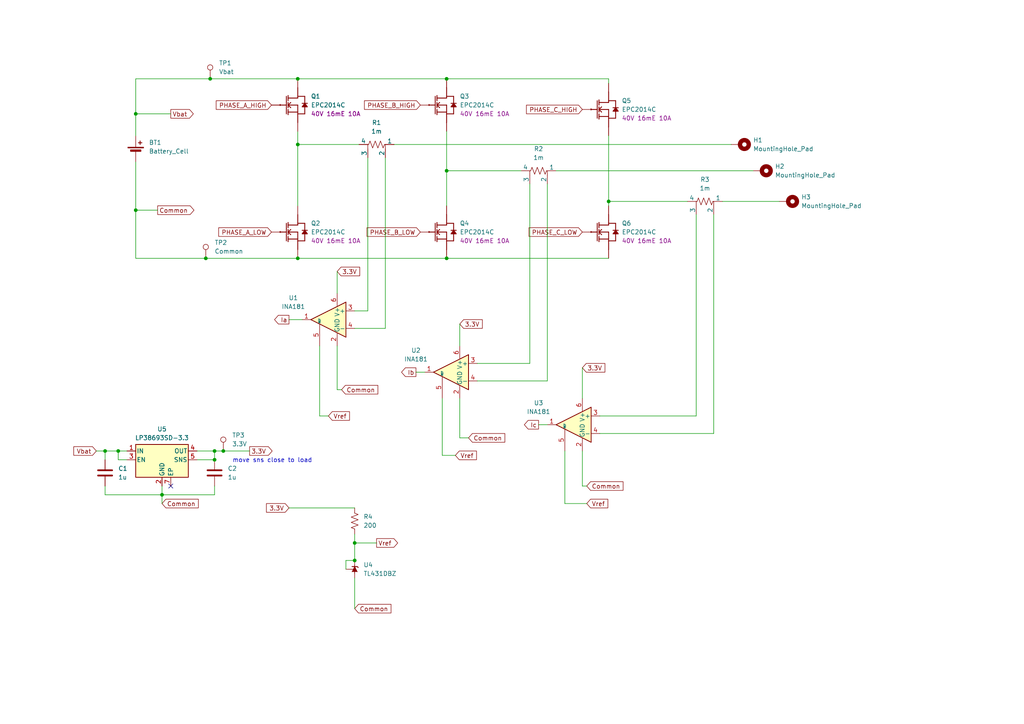
<source format=kicad_sch>
(kicad_sch
	(version 20231120)
	(generator "eeschema")
	(generator_version "8.0")
	(uuid "1c8b4cce-7c28-4c3f-b7c9-5e6495a850d1")
	(paper "A4")
	(lib_symbols
		(symbol "Amplifier_Current:INA181"
			(pin_names
				(offset 0.127)
			)
			(exclude_from_sim no)
			(in_bom yes)
			(on_board yes)
			(property "Reference" "U"
				(at 3.81 3.81 0)
				(effects
					(font
						(size 1.27 1.27)
					)
					(justify left)
				)
			)
			(property "Value" "INA181"
				(at 3.81 -2.54 0)
				(effects
					(font
						(size 1.27 1.27)
					)
					(justify left)
				)
			)
			(property "Footprint" "Package_TO_SOT_SMD:SOT-23-6"
				(at 1.27 1.27 0)
				(effects
					(font
						(size 1.27 1.27)
					)
					(hide yes)
				)
			)
			(property "Datasheet" "http://www.ti.com/lit/ds/symlink/ina181.pdf"
				(at 3.81 3.81 0)
				(effects
					(font
						(size 1.27 1.27)
					)
					(hide yes)
				)
			)
			(property "Description" "Bidirectional, Low- and High-Side Voltage Output, Current-Sense Amplifier, SOT-23-6"
				(at 0 0 0)
				(effects
					(font
						(size 1.27 1.27)
					)
					(hide yes)
				)
			)
			(property "ki_keywords" "current monitor shunt sensor bidirectional"
				(at 0 0 0)
				(effects
					(font
						(size 1.27 1.27)
					)
					(hide yes)
				)
			)
			(property "ki_fp_filters" "SOT?23*"
				(at 0 0 0)
				(effects
					(font
						(size 1.27 1.27)
					)
					(hide yes)
				)
			)
			(symbol "INA181_0_1"
				(polyline
					(pts
						(xy 5.08 0) (xy -5.08 5.08) (xy -5.08 -5.08) (xy 5.08 0)
					)
					(stroke
						(width 0.254)
						(type default)
					)
					(fill
						(type background)
					)
				)
			)
			(symbol "INA181_1_1"
				(pin output line
					(at 7.62 0 180)
					(length 2.54)
					(name "~"
						(effects
							(font
								(size 1.27 1.27)
							)
						)
					)
					(number "1"
						(effects
							(font
								(size 1.27 1.27)
							)
						)
					)
				)
				(pin power_in line
					(at -2.54 -7.62 90)
					(length 3.81)
					(name "GND"
						(effects
							(font
								(size 1.27 1.27)
							)
						)
					)
					(number "2"
						(effects
							(font
								(size 1.27 1.27)
							)
						)
					)
				)
				(pin input line
					(at -7.62 2.54 0)
					(length 2.54)
					(name "+"
						(effects
							(font
								(size 1.27 1.27)
							)
						)
					)
					(number "3"
						(effects
							(font
								(size 1.27 1.27)
							)
						)
					)
				)
				(pin input line
					(at -7.62 -2.54 0)
					(length 2.54)
					(name "-"
						(effects
							(font
								(size 1.27 1.27)
							)
						)
					)
					(number "4"
						(effects
							(font
								(size 1.27 1.27)
							)
						)
					)
				)
				(pin input line
					(at 2.54 -7.62 90)
					(length 6.35)
					(name "REF"
						(effects
							(font
								(size 0.508 0.508)
							)
						)
					)
					(number "5"
						(effects
							(font
								(size 1.27 1.27)
							)
						)
					)
				)
				(pin power_in line
					(at -2.54 7.62 270)
					(length 3.81)
					(name "V+"
						(effects
							(font
								(size 1.27 1.27)
							)
						)
					)
					(number "6"
						(effects
							(font
								(size 1.27 1.27)
							)
						)
					)
				)
			)
		)
		(symbol "Connector:TestPoint"
			(pin_numbers hide)
			(pin_names
				(offset 0.762) hide)
			(exclude_from_sim no)
			(in_bom yes)
			(on_board yes)
			(property "Reference" "TP"
				(at 0 6.858 0)
				(effects
					(font
						(size 1.27 1.27)
					)
				)
			)
			(property "Value" "TestPoint"
				(at 0 5.08 0)
				(effects
					(font
						(size 1.27 1.27)
					)
				)
			)
			(property "Footprint" ""
				(at 5.08 0 0)
				(effects
					(font
						(size 1.27 1.27)
					)
					(hide yes)
				)
			)
			(property "Datasheet" "~"
				(at 5.08 0 0)
				(effects
					(font
						(size 1.27 1.27)
					)
					(hide yes)
				)
			)
			(property "Description" "test point"
				(at 0 0 0)
				(effects
					(font
						(size 1.27 1.27)
					)
					(hide yes)
				)
			)
			(property "ki_keywords" "test point tp"
				(at 0 0 0)
				(effects
					(font
						(size 1.27 1.27)
					)
					(hide yes)
				)
			)
			(property "ki_fp_filters" "Pin* Test*"
				(at 0 0 0)
				(effects
					(font
						(size 1.27 1.27)
					)
					(hide yes)
				)
			)
			(symbol "TestPoint_0_1"
				(circle
					(center 0 3.302)
					(radius 0.762)
					(stroke
						(width 0)
						(type default)
					)
					(fill
						(type none)
					)
				)
			)
			(symbol "TestPoint_1_1"
				(pin passive line
					(at 0 0 90)
					(length 2.54)
					(name "1"
						(effects
							(font
								(size 1.27 1.27)
							)
						)
					)
					(number "1"
						(effects
							(font
								(size 1.27 1.27)
							)
						)
					)
				)
			)
		)
		(symbol "Device:Battery_Cell"
			(pin_numbers hide)
			(pin_names
				(offset 0) hide)
			(exclude_from_sim no)
			(in_bom yes)
			(on_board yes)
			(property "Reference" "BT"
				(at 2.54 2.54 0)
				(effects
					(font
						(size 1.27 1.27)
					)
					(justify left)
				)
			)
			(property "Value" "Battery_Cell"
				(at 2.54 0 0)
				(effects
					(font
						(size 1.27 1.27)
					)
					(justify left)
				)
			)
			(property "Footprint" ""
				(at 0 1.524 90)
				(effects
					(font
						(size 1.27 1.27)
					)
					(hide yes)
				)
			)
			(property "Datasheet" "~"
				(at 0 1.524 90)
				(effects
					(font
						(size 1.27 1.27)
					)
					(hide yes)
				)
			)
			(property "Description" "Single-cell battery"
				(at 0 0 0)
				(effects
					(font
						(size 1.27 1.27)
					)
					(hide yes)
				)
			)
			(property "ki_keywords" "battery cell"
				(at 0 0 0)
				(effects
					(font
						(size 1.27 1.27)
					)
					(hide yes)
				)
			)
			(symbol "Battery_Cell_0_1"
				(rectangle
					(start -2.286 1.778)
					(end 2.286 1.524)
					(stroke
						(width 0)
						(type default)
					)
					(fill
						(type outline)
					)
				)
				(rectangle
					(start -1.524 1.016)
					(end 1.524 0.508)
					(stroke
						(width 0)
						(type default)
					)
					(fill
						(type outline)
					)
				)
				(polyline
					(pts
						(xy 0 0.762) (xy 0 0)
					)
					(stroke
						(width 0)
						(type default)
					)
					(fill
						(type none)
					)
				)
				(polyline
					(pts
						(xy 0 1.778) (xy 0 2.54)
					)
					(stroke
						(width 0)
						(type default)
					)
					(fill
						(type none)
					)
				)
				(polyline
					(pts
						(xy 0.762 3.048) (xy 1.778 3.048)
					)
					(stroke
						(width 0.254)
						(type default)
					)
					(fill
						(type none)
					)
				)
				(polyline
					(pts
						(xy 1.27 3.556) (xy 1.27 2.54)
					)
					(stroke
						(width 0.254)
						(type default)
					)
					(fill
						(type none)
					)
				)
			)
			(symbol "Battery_Cell_1_1"
				(pin passive line
					(at 0 5.08 270)
					(length 2.54)
					(name "+"
						(effects
							(font
								(size 1.27 1.27)
							)
						)
					)
					(number "1"
						(effects
							(font
								(size 1.27 1.27)
							)
						)
					)
				)
				(pin passive line
					(at 0 -2.54 90)
					(length 2.54)
					(name "-"
						(effects
							(font
								(size 1.27 1.27)
							)
						)
					)
					(number "2"
						(effects
							(font
								(size 1.27 1.27)
							)
						)
					)
				)
			)
		)
		(symbol "Device:C"
			(pin_numbers hide)
			(pin_names
				(offset 0.254)
			)
			(exclude_from_sim no)
			(in_bom yes)
			(on_board yes)
			(property "Reference" "C"
				(at 0.635 2.54 0)
				(effects
					(font
						(size 1.27 1.27)
					)
					(justify left)
				)
			)
			(property "Value" "C"
				(at 0.635 -2.54 0)
				(effects
					(font
						(size 1.27 1.27)
					)
					(justify left)
				)
			)
			(property "Footprint" ""
				(at 0.9652 -3.81 0)
				(effects
					(font
						(size 1.27 1.27)
					)
					(hide yes)
				)
			)
			(property "Datasheet" "~"
				(at 0 0 0)
				(effects
					(font
						(size 1.27 1.27)
					)
					(hide yes)
				)
			)
			(property "Description" "Unpolarized capacitor"
				(at 0 0 0)
				(effects
					(font
						(size 1.27 1.27)
					)
					(hide yes)
				)
			)
			(property "ki_keywords" "cap capacitor"
				(at 0 0 0)
				(effects
					(font
						(size 1.27 1.27)
					)
					(hide yes)
				)
			)
			(property "ki_fp_filters" "C_*"
				(at 0 0 0)
				(effects
					(font
						(size 1.27 1.27)
					)
					(hide yes)
				)
			)
			(symbol "C_0_1"
				(polyline
					(pts
						(xy -2.032 -0.762) (xy 2.032 -0.762)
					)
					(stroke
						(width 0.508)
						(type default)
					)
					(fill
						(type none)
					)
				)
				(polyline
					(pts
						(xy -2.032 0.762) (xy 2.032 0.762)
					)
					(stroke
						(width 0.508)
						(type default)
					)
					(fill
						(type none)
					)
				)
			)
			(symbol "C_1_1"
				(pin passive line
					(at 0 3.81 270)
					(length 2.794)
					(name "~"
						(effects
							(font
								(size 1.27 1.27)
							)
						)
					)
					(number "1"
						(effects
							(font
								(size 1.27 1.27)
							)
						)
					)
				)
				(pin passive line
					(at 0 -3.81 90)
					(length 2.794)
					(name "~"
						(effects
							(font
								(size 1.27 1.27)
							)
						)
					)
					(number "2"
						(effects
							(font
								(size 1.27 1.27)
							)
						)
					)
				)
			)
		)
		(symbol "Device:R_Shunt_US"
			(pin_numbers hide)
			(pin_names
				(offset 0)
			)
			(exclude_from_sim no)
			(in_bom yes)
			(on_board yes)
			(property "Reference" "R"
				(at -5.08 0 90)
				(effects
					(font
						(size 1.27 1.27)
					)
				)
			)
			(property "Value" "R_Shunt_US"
				(at -3.048 0 90)
				(effects
					(font
						(size 1.27 1.27)
					)
				)
			)
			(property "Footprint" ""
				(at -1.778 0 90)
				(effects
					(font
						(size 1.27 1.27)
					)
					(hide yes)
				)
			)
			(property "Datasheet" "~"
				(at 0 0 0)
				(effects
					(font
						(size 1.27 1.27)
					)
					(hide yes)
				)
			)
			(property "Description" "Shunt resistor, US symbol"
				(at 0 0 0)
				(effects
					(font
						(size 1.27 1.27)
					)
					(hide yes)
				)
			)
			(property "ki_keywords" "R res shunt resistor"
				(at 0 0 0)
				(effects
					(font
						(size 1.27 1.27)
					)
					(hide yes)
				)
			)
			(property "ki_fp_filters" "R_*Shunt*"
				(at 0 0 0)
				(effects
					(font
						(size 1.27 1.27)
					)
					(hide yes)
				)
			)
			(symbol "R_Shunt_US_1_1"
				(polyline
					(pts
						(xy 0 -2.54) (xy 1.27 -2.54)
					)
					(stroke
						(width 0)
						(type default)
					)
					(fill
						(type none)
					)
				)
				(polyline
					(pts
						(xy 0 -2.286) (xy 0 -2.54)
					)
					(stroke
						(width 0)
						(type default)
					)
					(fill
						(type none)
					)
				)
				(polyline
					(pts
						(xy 0 2.286) (xy 0 2.54)
					)
					(stroke
						(width 0)
						(type default)
					)
					(fill
						(type none)
					)
				)
				(polyline
					(pts
						(xy 1.27 2.54) (xy 0 2.54)
					)
					(stroke
						(width 0)
						(type default)
					)
					(fill
						(type none)
					)
				)
				(polyline
					(pts
						(xy 0 -0.762) (xy 1.016 -1.143) (xy 0 -1.524) (xy -1.016 -1.905) (xy 0 -2.286)
					)
					(stroke
						(width 0)
						(type default)
					)
					(fill
						(type none)
					)
				)
				(polyline
					(pts
						(xy 0 0.762) (xy 1.016 0.381) (xy 0 0) (xy -1.016 -0.381) (xy 0 -0.762)
					)
					(stroke
						(width 0)
						(type default)
					)
					(fill
						(type none)
					)
				)
				(polyline
					(pts
						(xy 0 2.286) (xy 1.016 1.905) (xy 0 1.524) (xy -1.016 1.143) (xy 0 0.762)
					)
					(stroke
						(width 0)
						(type default)
					)
					(fill
						(type none)
					)
				)
				(pin passive line
					(at 0 5.08 270)
					(length 2.54)
					(name "1"
						(effects
							(font
								(size 1.27 1.27)
							)
						)
					)
					(number "1"
						(effects
							(font
								(size 1.27 1.27)
							)
						)
					)
				)
				(pin passive line
					(at 3.81 2.54 180)
					(length 2.54)
					(name "2"
						(effects
							(font
								(size 1.27 1.27)
							)
						)
					)
					(number "2"
						(effects
							(font
								(size 1.27 1.27)
							)
						)
					)
				)
				(pin passive line
					(at 3.81 -2.54 180)
					(length 2.54)
					(name "3"
						(effects
							(font
								(size 1.27 1.27)
							)
						)
					)
					(number "3"
						(effects
							(font
								(size 1.27 1.27)
							)
						)
					)
				)
				(pin passive line
					(at 0 -5.08 90)
					(length 2.54)
					(name "4"
						(effects
							(font
								(size 1.27 1.27)
							)
						)
					)
					(number "4"
						(effects
							(font
								(size 1.27 1.27)
							)
						)
					)
				)
			)
		)
		(symbol "Device:R_US"
			(pin_numbers hide)
			(pin_names
				(offset 0)
			)
			(exclude_from_sim no)
			(in_bom yes)
			(on_board yes)
			(property "Reference" "R"
				(at 2.54 0 90)
				(effects
					(font
						(size 1.27 1.27)
					)
				)
			)
			(property "Value" "R_US"
				(at -2.54 0 90)
				(effects
					(font
						(size 1.27 1.27)
					)
				)
			)
			(property "Footprint" ""
				(at 1.016 -0.254 90)
				(effects
					(font
						(size 1.27 1.27)
					)
					(hide yes)
				)
			)
			(property "Datasheet" "~"
				(at 0 0 0)
				(effects
					(font
						(size 1.27 1.27)
					)
					(hide yes)
				)
			)
			(property "Description" "Resistor, US symbol"
				(at 0 0 0)
				(effects
					(font
						(size 1.27 1.27)
					)
					(hide yes)
				)
			)
			(property "ki_keywords" "R res resistor"
				(at 0 0 0)
				(effects
					(font
						(size 1.27 1.27)
					)
					(hide yes)
				)
			)
			(property "ki_fp_filters" "R_*"
				(at 0 0 0)
				(effects
					(font
						(size 1.27 1.27)
					)
					(hide yes)
				)
			)
			(symbol "R_US_0_1"
				(polyline
					(pts
						(xy 0 -2.286) (xy 0 -2.54)
					)
					(stroke
						(width 0)
						(type default)
					)
					(fill
						(type none)
					)
				)
				(polyline
					(pts
						(xy 0 2.286) (xy 0 2.54)
					)
					(stroke
						(width 0)
						(type default)
					)
					(fill
						(type none)
					)
				)
				(polyline
					(pts
						(xy 0 -0.762) (xy 1.016 -1.143) (xy 0 -1.524) (xy -1.016 -1.905) (xy 0 -2.286)
					)
					(stroke
						(width 0)
						(type default)
					)
					(fill
						(type none)
					)
				)
				(polyline
					(pts
						(xy 0 0.762) (xy 1.016 0.381) (xy 0 0) (xy -1.016 -0.381) (xy 0 -0.762)
					)
					(stroke
						(width 0)
						(type default)
					)
					(fill
						(type none)
					)
				)
				(polyline
					(pts
						(xy 0 2.286) (xy 1.016 1.905) (xy 0 1.524) (xy -1.016 1.143) (xy 0 0.762)
					)
					(stroke
						(width 0)
						(type default)
					)
					(fill
						(type none)
					)
				)
			)
			(symbol "R_US_1_1"
				(pin passive line
					(at 0 3.81 270)
					(length 1.27)
					(name "~"
						(effects
							(font
								(size 1.27 1.27)
							)
						)
					)
					(number "1"
						(effects
							(font
								(size 1.27 1.27)
							)
						)
					)
				)
				(pin passive line
					(at 0 -3.81 90)
					(length 1.27)
					(name "~"
						(effects
							(font
								(size 1.27 1.27)
							)
						)
					)
					(number "2"
						(effects
							(font
								(size 1.27 1.27)
							)
						)
					)
				)
			)
		)
		(symbol "EPC_FETs:EPC2014C"
			(exclude_from_sim no)
			(in_bom yes)
			(on_board yes)
			(property "Reference" "Q"
				(at 3.6068 1.8288 0)
				(effects
					(font
						(size 1.27 1.27)
					)
				)
			)
			(property "Value" "EPC2014C"
				(at 7.9756 -0.0508 0)
				(effects
					(font
						(size 1.27 1.27)
					)
				)
			)
			(property "Footprint" "EPC_FETs:D0199"
				(at 6.1976 -3.556 0)
				(effects
					(font
						(size 1.27 1.27)
					)
					(hide yes)
				)
			)
			(property "Datasheet" ""
				(at 0 0 0)
				(effects
					(font
						(size 1.27 1.27)
					)
					(hide yes)
				)
			)
			(property "Description" "40V 16mE 10A"
				(at 10.16 -1.9304 0)
				(effects
					(font
						(size 1.27 1.27)
					)
				)
			)
			(property "ki_fp_filters" "D0199"
				(at 0 0 0)
				(effects
					(font
						(size 1.27 1.27)
					)
					(hide yes)
				)
			)
			(symbol "EPC2014C_1_0"
				(arc
					(start -5.0996 0.2128)
					(mid -5.1039 0.0331)
					(end -5.1019 -0.1467)
					(stroke
						(width 0.254)
						(type solid)
					)
					(fill
						(type none)
					)
				)
				(polyline
					(pts
						(xy -5.08 0) (xy -3.302 0)
					)
					(stroke
						(width 0.254)
						(type solid)
					)
					(fill
						(type none)
					)
				)
				(polyline
					(pts
						(xy -3.302 2.54) (xy -3.302 -2.54)
					)
					(stroke
						(width 0.254)
						(type solid)
					)
					(fill
						(type none)
					)
				)
				(polyline
					(pts
						(xy -2.794 -2.794) (xy -2.794 -1.27)
					)
					(stroke
						(width 0.254)
						(type solid)
					)
					(fill
						(type none)
					)
				)
				(polyline
					(pts
						(xy -2.794 -2.032) (xy 0 -2.032)
					)
					(stroke
						(width 0.254)
						(type solid)
					)
					(fill
						(type none)
					)
				)
				(polyline
					(pts
						(xy -2.794 -0.762) (xy -2.794 0.762)
					)
					(stroke
						(width 0.254)
						(type solid)
					)
					(fill
						(type none)
					)
				)
				(polyline
					(pts
						(xy -2.794 0) (xy -2.032 0.762)
					)
					(stroke
						(width 0.254)
						(type solid)
					)
					(fill
						(type none)
					)
				)
				(polyline
					(pts
						(xy -2.794 0) (xy 0 0)
					)
					(stroke
						(width 0.254)
						(type solid)
					)
					(fill
						(type none)
					)
				)
				(polyline
					(pts
						(xy -2.794 1.27) (xy -2.794 2.794)
					)
					(stroke
						(width 0.254)
						(type solid)
					)
					(fill
						(type none)
					)
				)
				(polyline
					(pts
						(xy -2.032 -0.762) (xy -2.794 0)
					)
					(stroke
						(width 0.254)
						(type solid)
					)
					(fill
						(type none)
					)
				)
				(polyline
					(pts
						(xy 0 -2.54) (xy 2.032 -2.54)
					)
					(stroke
						(width 0.254)
						(type solid)
					)
					(fill
						(type none)
					)
				)
				(polyline
					(pts
						(xy 0 0) (xy 0 -5.08)
					)
					(stroke
						(width 0.254)
						(type solid)
					)
					(fill
						(type none)
					)
				)
				(polyline
					(pts
						(xy 0 2.032) (xy -2.794 2.032)
					)
					(stroke
						(width 0.254)
						(type solid)
					)
					(fill
						(type none)
					)
				)
				(polyline
					(pts
						(xy 0 2.032) (xy 0 5.08)
					)
					(stroke
						(width 0.254)
						(type solid)
					)
					(fill
						(type none)
					)
				)
				(polyline
					(pts
						(xy 0 2.54) (xy 2.032 2.54)
					)
					(stroke
						(width 0.254)
						(type solid)
					)
					(fill
						(type none)
					)
				)
				(polyline
					(pts
						(xy 2.032 -0.508) (xy 2.032 -2.54)
					)
					(stroke
						(width 0.254)
						(type solid)
					)
					(fill
						(type none)
					)
				)
				(polyline
					(pts
						(xy 2.032 2.54) (xy 2.032 0.508)
					)
					(stroke
						(width 0.254)
						(type solid)
					)
					(fill
						(type none)
					)
				)
				(polyline
					(pts
						(xy 2.794 0.508) (xy 1.27 0.508)
					)
					(stroke
						(width 0.254)
						(type solid)
					)
					(fill
						(type none)
					)
				)
				(polyline
					(pts
						(xy 2.032 0.508) (xy 1.27 -0.508) (xy 2.794 -0.508) (xy 2.032 0.508)
					)
					(stroke
						(width 0.254)
						(type solid)
					)
					(fill
						(type outline)
					)
				)
				(pin passive line
					(at -7.62 0 0)
					(length 2.54)
					(name "G"
						(effects
							(font
								(size 0 0)
							)
						)
					)
					(number "1"
						(effects
							(font
								(size 0 0)
							)
						)
					)
				)
				(pin open_emitter line
					(at 0 -7.62 90)
					(length 2.54)
					(name "Sub"
						(effects
							(font
								(size 0 0)
							)
						)
					)
					(number "2"
						(effects
							(font
								(size 0 0)
							)
						)
					)
				)
				(pin open_collector line
					(at 0 7.62 270)
					(length 2.54)
					(name "D1"
						(effects
							(font
								(size 0 0)
							)
						)
					)
					(number "3"
						(effects
							(font
								(size 0 0)
							)
						)
					)
				)
				(pin open_emitter line
					(at 0 -7.62 90)
					(length 2.54)
					(name "S1"
						(effects
							(font
								(size 0 0)
							)
						)
					)
					(number "4"
						(effects
							(font
								(size 0 0)
							)
						)
					)
				)
				(pin open_collector line
					(at 0 7.62 270)
					(length 2.54)
					(name "D2"
						(effects
							(font
								(size 0 0)
							)
						)
					)
					(number "5"
						(effects
							(font
								(size 0 0)
							)
						)
					)
				)
			)
		)
		(symbol "Mechanical:MountingHole_Pad"
			(pin_numbers hide)
			(pin_names
				(offset 1.016) hide)
			(exclude_from_sim yes)
			(in_bom no)
			(on_board yes)
			(property "Reference" "H"
				(at 0 6.35 0)
				(effects
					(font
						(size 1.27 1.27)
					)
				)
			)
			(property "Value" "MountingHole_Pad"
				(at 0 4.445 0)
				(effects
					(font
						(size 1.27 1.27)
					)
				)
			)
			(property "Footprint" ""
				(at 0 0 0)
				(effects
					(font
						(size 1.27 1.27)
					)
					(hide yes)
				)
			)
			(property "Datasheet" "~"
				(at 0 0 0)
				(effects
					(font
						(size 1.27 1.27)
					)
					(hide yes)
				)
			)
			(property "Description" "Mounting Hole with connection"
				(at 0 0 0)
				(effects
					(font
						(size 1.27 1.27)
					)
					(hide yes)
				)
			)
			(property "ki_keywords" "mounting hole"
				(at 0 0 0)
				(effects
					(font
						(size 1.27 1.27)
					)
					(hide yes)
				)
			)
			(property "ki_fp_filters" "MountingHole*Pad*"
				(at 0 0 0)
				(effects
					(font
						(size 1.27 1.27)
					)
					(hide yes)
				)
			)
			(symbol "MountingHole_Pad_0_1"
				(circle
					(center 0 1.27)
					(radius 1.27)
					(stroke
						(width 1.27)
						(type default)
					)
					(fill
						(type none)
					)
				)
			)
			(symbol "MountingHole_Pad_1_1"
				(pin input line
					(at 0 -2.54 90)
					(length 2.54)
					(name "1"
						(effects
							(font
								(size 1.27 1.27)
							)
						)
					)
					(number "1"
						(effects
							(font
								(size 1.27 1.27)
							)
						)
					)
				)
			)
		)
		(symbol "Reference_Voltage:TL431DBZ"
			(pin_numbers hide)
			(pin_names hide)
			(exclude_from_sim no)
			(in_bom yes)
			(on_board yes)
			(property "Reference" "U"
				(at -2.54 2.54 0)
				(effects
					(font
						(size 1.27 1.27)
					)
				)
			)
			(property "Value" "TL431DBZ"
				(at 0 -2.54 0)
				(effects
					(font
						(size 1.27 1.27)
					)
				)
			)
			(property "Footprint" "Package_TO_SOT_SMD:SOT-23"
				(at 0 -3.81 0)
				(effects
					(font
						(size 1.27 1.27)
						(italic yes)
					)
					(hide yes)
				)
			)
			(property "Datasheet" "http://www.ti.com/lit/ds/symlink/tl431.pdf"
				(at 0 0 0)
				(effects
					(font
						(size 1.27 1.27)
						(italic yes)
					)
					(hide yes)
				)
			)
			(property "Description" "Shunt Regulator, SOT-23"
				(at 0 0 0)
				(effects
					(font
						(size 1.27 1.27)
					)
					(hide yes)
				)
			)
			(property "ki_keywords" "diode device shunt regulator"
				(at 0 0 0)
				(effects
					(font
						(size 1.27 1.27)
					)
					(hide yes)
				)
			)
			(property "ki_fp_filters" "SOT?23*"
				(at 0 0 0)
				(effects
					(font
						(size 1.27 1.27)
					)
					(hide yes)
				)
			)
			(symbol "TL431DBZ_0_1"
				(polyline
					(pts
						(xy -1.27 0) (xy 0 0) (xy 1.27 0)
					)
					(stroke
						(width 0)
						(type default)
					)
					(fill
						(type none)
					)
				)
				(polyline
					(pts
						(xy -0.762 0.762) (xy 0.762 0) (xy -0.762 -0.762)
					)
					(stroke
						(width 0)
						(type default)
					)
					(fill
						(type outline)
					)
				)
				(polyline
					(pts
						(xy 0.508 -1.016) (xy 0.762 -0.762) (xy 0.762 0.762) (xy 0.762 0.762)
					)
					(stroke
						(width 0.254)
						(type default)
					)
					(fill
						(type none)
					)
				)
			)
			(symbol "TL431DBZ_1_1"
				(pin passive line
					(at 2.54 0 180)
					(length 2.54)
					(name "K"
						(effects
							(font
								(size 1.27 1.27)
							)
						)
					)
					(number "1"
						(effects
							(font
								(size 1.27 1.27)
							)
						)
					)
				)
				(pin passive line
					(at 0 2.54 270)
					(length 2.54)
					(name "REF"
						(effects
							(font
								(size 1.27 1.27)
							)
						)
					)
					(number "2"
						(effects
							(font
								(size 1.27 1.27)
							)
						)
					)
				)
				(pin passive line
					(at -2.54 0 0)
					(length 2.54)
					(name "A"
						(effects
							(font
								(size 1.27 1.27)
							)
						)
					)
					(number "3"
						(effects
							(font
								(size 1.27 1.27)
							)
						)
					)
				)
			)
		)
		(symbol "Regulator_Linear:LP38693SD-3.3"
			(pin_names
				(offset 0.254)
			)
			(exclude_from_sim no)
			(in_bom yes)
			(on_board yes)
			(property "Reference" "U"
				(at -6.35 5.715 0)
				(effects
					(font
						(size 1.27 1.27)
					)
				)
			)
			(property "Value" "LP38693SD-3.3"
				(at 0 5.715 0)
				(effects
					(font
						(size 1.27 1.27)
					)
					(justify left)
				)
			)
			(property "Footprint" "Package_SON:WSON-6-1EP_3x3mm_P0.95mm"
				(at 0 0 0)
				(effects
					(font
						(size 1.27 1.27)
					)
					(hide yes)
				)
			)
			(property "Datasheet" "https://www.ti.com/lit/ds/symlink/lp38693.pdf"
				(at 0 0 0)
				(effects
					(font
						(size 1.27 1.27)
					)
					(hide yes)
				)
			)
			(property "Description" "500-mA Low-Dropout CMOS Linear Regulators Stable With Ceramic Output Capacitors, 3.3V output voltage, Enable Pin, WSON-6"
				(at 0 0 0)
				(effects
					(font
						(size 1.27 1.27)
					)
					(hide yes)
				)
			)
			(property "ki_keywords" "LDO Linear Regulator"
				(at 0 0 0)
				(effects
					(font
						(size 1.27 1.27)
					)
					(hide yes)
				)
			)
			(property "ki_fp_filters" "WSON*1EP*3x3mm*P0.95mm*"
				(at 0 0 0)
				(effects
					(font
						(size 1.27 1.27)
					)
					(hide yes)
				)
			)
			(symbol "LP38693SD-3.3_0_1"
				(rectangle
					(start -7.62 -5.08)
					(end 7.62 4.445)
					(stroke
						(width 0.254)
						(type default)
					)
					(fill
						(type background)
					)
				)
			)
			(symbol "LP38693SD-3.3_1_1"
				(pin power_in line
					(at -10.16 2.54 0)
					(length 2.54)
					(name "IN"
						(effects
							(font
								(size 1.27 1.27)
							)
						)
					)
					(number "1"
						(effects
							(font
								(size 1.27 1.27)
							)
						)
					)
				)
				(pin power_in line
					(at 0 -7.62 90)
					(length 2.54)
					(name "GND"
						(effects
							(font
								(size 1.27 1.27)
							)
						)
					)
					(number "2"
						(effects
							(font
								(size 1.27 1.27)
							)
						)
					)
				)
				(pin input line
					(at -10.16 0 0)
					(length 2.54)
					(name "EN"
						(effects
							(font
								(size 1.27 1.27)
							)
						)
					)
					(number "3"
						(effects
							(font
								(size 1.27 1.27)
							)
						)
					)
				)
				(pin power_out line
					(at 10.16 2.54 180)
					(length 2.54)
					(name "OUT"
						(effects
							(font
								(size 1.27 1.27)
							)
						)
					)
					(number "4"
						(effects
							(font
								(size 1.27 1.27)
							)
						)
					)
				)
				(pin input line
					(at 10.16 0 180)
					(length 2.54)
					(name "SNS"
						(effects
							(font
								(size 1.27 1.27)
							)
						)
					)
					(number "5"
						(effects
							(font
								(size 1.27 1.27)
							)
						)
					)
				)
				(pin passive line
					(at -10.16 2.54 0)
					(length 2.54) hide
					(name "IN"
						(effects
							(font
								(size 1.27 1.27)
							)
						)
					)
					(number "6"
						(effects
							(font
								(size 1.27 1.27)
							)
						)
					)
				)
				(pin passive line
					(at 2.54 -7.62 90)
					(length 2.54)
					(name "EP"
						(effects
							(font
								(size 1.27 1.27)
							)
						)
					)
					(number "7"
						(effects
							(font
								(size 1.27 1.27)
							)
						)
					)
				)
			)
		)
	)
	(junction
		(at 59.69 74.93)
		(diameter 0)
		(color 0 0 0 0)
		(uuid "0f35e9de-efda-49b3-a072-ee82729cbfb8")
	)
	(junction
		(at 46.99 143.51)
		(diameter 0)
		(color 0 0 0 0)
		(uuid "2565d487-7eef-470b-998a-0698d24d969e")
	)
	(junction
		(at 39.37 33.02)
		(diameter 0)
		(color 0 0 0 0)
		(uuid "2a3e6836-549d-4e79-8769-9263fcb57c6a")
	)
	(junction
		(at 64.77 130.81)
		(diameter 0)
		(color 0 0 0 0)
		(uuid "4b243fab-cb0e-4e9c-95f5-95982e4c3082")
	)
	(junction
		(at 86.36 41.91)
		(diameter 0)
		(color 0 0 0 0)
		(uuid "78bd24e8-4303-4f32-a723-d7ad360ea995")
	)
	(junction
		(at 102.87 157.48)
		(diameter 0)
		(color 0 0 0 0)
		(uuid "86c4e10e-bdd5-4c4c-bb9e-ed303538d6c6")
	)
	(junction
		(at 62.23 130.81)
		(diameter 0)
		(color 0 0 0 0)
		(uuid "89b90695-0ec9-40b1-911b-2c135a8296e5")
	)
	(junction
		(at 86.36 22.86)
		(diameter 0)
		(color 0 0 0 0)
		(uuid "8e1fbc0c-a4b5-482b-8a3b-fc34062237e1")
	)
	(junction
		(at 30.48 130.81)
		(diameter 0)
		(color 0 0 0 0)
		(uuid "9f6ab06a-cd07-4be4-ac11-b73c3004b7c8")
	)
	(junction
		(at 86.36 74.93)
		(diameter 0)
		(color 0 0 0 0)
		(uuid "bd98075b-a45e-4ef1-a2f2-10fb09ec7a9f")
	)
	(junction
		(at 102.87 162.56)
		(diameter 0)
		(color 0 0 0 0)
		(uuid "be3487f5-9348-4652-a04c-02d4da64d49c")
	)
	(junction
		(at 34.29 130.81)
		(diameter 0)
		(color 0 0 0 0)
		(uuid "c29fd199-4c31-4022-8c73-e5ca84185554")
	)
	(junction
		(at 176.53 58.42)
		(diameter 0)
		(color 0 0 0 0)
		(uuid "cb12d813-2663-4433-902c-c3c50da39265")
	)
	(junction
		(at 129.54 49.53)
		(diameter 0)
		(color 0 0 0 0)
		(uuid "e7523991-6cb6-4706-b0f9-14c4e2db0639")
	)
	(junction
		(at 129.54 74.93)
		(diameter 0)
		(color 0 0 0 0)
		(uuid "e8dce75e-95c8-42d5-893d-c00c66ef9906")
	)
	(junction
		(at 62.23 133.35)
		(diameter 0)
		(color 0 0 0 0)
		(uuid "e9c60095-8e01-4a6c-a7c8-182385aa4a45")
	)
	(junction
		(at 39.37 60.96)
		(diameter 0)
		(color 0 0 0 0)
		(uuid "ea5aa56c-6c58-4db9-8197-0a7c8d44251c")
	)
	(junction
		(at 60.96 22.86)
		(diameter 0)
		(color 0 0 0 0)
		(uuid "fc0da55e-8241-4a4d-8f13-9a2fd86119a5")
	)
	(junction
		(at 129.54 22.86)
		(diameter 0)
		(color 0 0 0 0)
		(uuid "fe38dc78-7cd4-4373-9cbb-f26776ab65ef")
	)
	(no_connect
		(at 49.53 140.97)
		(uuid "ab31b4f5-f6df-4b57-8392-84e4a078dbf7")
	)
	(wire
		(pts
			(xy 207.01 125.73) (xy 207.01 62.23)
		)
		(stroke
			(width 0)
			(type default)
		)
		(uuid "0c4ffecc-a7cd-414d-ad82-d8ddda8a00f6")
	)
	(wire
		(pts
			(xy 133.35 127) (xy 135.89 127)
		)
		(stroke
			(width 0)
			(type default)
		)
		(uuid "0d5f6a4a-c409-41c6-8401-1132e57d05b7")
	)
	(wire
		(pts
			(xy 102.87 154.94) (xy 102.87 157.48)
		)
		(stroke
			(width 0)
			(type default)
		)
		(uuid "0df88e3e-37b4-4c61-9df8-a0a6ce3e480e")
	)
	(wire
		(pts
			(xy 173.99 120.65) (xy 201.93 120.65)
		)
		(stroke
			(width 0)
			(type default)
		)
		(uuid "11b1d80a-a45d-450a-bf20-1a07e7394b71")
	)
	(wire
		(pts
			(xy 30.48 140.97) (xy 30.48 143.51)
		)
		(stroke
			(width 0)
			(type default)
		)
		(uuid "11b46f92-5066-4d2d-998d-91277ecbae3e")
	)
	(wire
		(pts
			(xy 92.71 100.33) (xy 92.71 120.65)
		)
		(stroke
			(width 0)
			(type default)
		)
		(uuid "147bdc07-7cfb-4f72-87d2-942280bac193")
	)
	(wire
		(pts
			(xy 168.91 106.68) (xy 168.91 115.57)
		)
		(stroke
			(width 0)
			(type default)
		)
		(uuid "148c0e26-8a6b-42a2-98b3-eef0110f04fd")
	)
	(wire
		(pts
			(xy 156.21 123.19) (xy 158.75 123.19)
		)
		(stroke
			(width 0)
			(type default)
		)
		(uuid "18166881-f267-4a31-be56-6f39a117e717")
	)
	(wire
		(pts
			(xy 138.43 105.41) (xy 153.67 105.41)
		)
		(stroke
			(width 0)
			(type default)
		)
		(uuid "18733c24-2cb5-454a-ab67-0a6a55aabe74")
	)
	(wire
		(pts
			(xy 46.99 140.97) (xy 46.99 143.51)
		)
		(stroke
			(width 0)
			(type default)
		)
		(uuid "1da6388e-f21d-4ebc-a546-5161ecc75e50")
	)
	(wire
		(pts
			(xy 97.79 78.74) (xy 97.79 85.09)
		)
		(stroke
			(width 0)
			(type default)
		)
		(uuid "23e85e3c-1230-4372-9ffd-ce894035ff9c")
	)
	(wire
		(pts
			(xy 34.29 133.35) (xy 34.29 130.81)
		)
		(stroke
			(width 0)
			(type default)
		)
		(uuid "24e317b6-df81-404d-95aa-9c26444e77e3")
	)
	(wire
		(pts
			(xy 102.87 162.56) (xy 102.87 157.48)
		)
		(stroke
			(width 0)
			(type default)
		)
		(uuid "28572a2e-b0f6-4cd3-9d1e-ba95d13dbd69")
	)
	(wire
		(pts
			(xy 27.94 130.81) (xy 30.48 130.81)
		)
		(stroke
			(width 0)
			(type default)
		)
		(uuid "2b8465f9-820b-48c2-ac52-542f89150bee")
	)
	(wire
		(pts
			(xy 39.37 74.93) (xy 59.69 74.93)
		)
		(stroke
			(width 0)
			(type default)
		)
		(uuid "2ff5cc7b-d73a-4c4f-8076-1ffede2cbb91")
	)
	(wire
		(pts
			(xy 129.54 38.1) (xy 129.54 49.53)
		)
		(stroke
			(width 0)
			(type default)
		)
		(uuid "37a2819b-c2ac-4809-a787-0ac62e893327")
	)
	(wire
		(pts
			(xy 163.83 146.05) (xy 170.18 146.05)
		)
		(stroke
			(width 0)
			(type default)
		)
		(uuid "3d38ea13-8ffd-4b2c-b6c2-1ae218ee730d")
	)
	(wire
		(pts
			(xy 57.15 130.81) (xy 62.23 130.81)
		)
		(stroke
			(width 0)
			(type default)
		)
		(uuid "3f1e383e-3698-48b5-be3d-0b600ff9b6db")
	)
	(wire
		(pts
			(xy 176.53 58.42) (xy 176.53 59.69)
		)
		(stroke
			(width 0)
			(type default)
		)
		(uuid "3fdc5b6e-80b7-4171-b90a-07cfa47add3b")
	)
	(wire
		(pts
			(xy 39.37 33.02) (xy 39.37 39.37)
		)
		(stroke
			(width 0)
			(type default)
		)
		(uuid "401dd811-3e63-4e1a-a50c-ab1eb48afa9d")
	)
	(wire
		(pts
			(xy 86.36 41.91) (xy 104.14 41.91)
		)
		(stroke
			(width 0)
			(type default)
		)
		(uuid "422690bc-a2f3-418f-a93f-2d0b2c8febc7")
	)
	(wire
		(pts
			(xy 128.27 115.57) (xy 128.27 132.08)
		)
		(stroke
			(width 0)
			(type default)
		)
		(uuid "430f7028-9c84-4f37-807a-4bc12235934f")
	)
	(wire
		(pts
			(xy 39.37 22.86) (xy 39.37 33.02)
		)
		(stroke
			(width 0)
			(type default)
		)
		(uuid "4330544b-ba1e-4199-95f4-f059da8ca8dc")
	)
	(wire
		(pts
			(xy 102.87 95.25) (xy 111.76 95.25)
		)
		(stroke
			(width 0)
			(type default)
		)
		(uuid "44b233bc-8702-4b08-ba83-9cd08b85c362")
	)
	(wire
		(pts
			(xy 64.77 130.81) (xy 72.39 130.81)
		)
		(stroke
			(width 0)
			(type default)
		)
		(uuid "465bda20-e6b0-4ae7-8e4d-80e941af2caf")
	)
	(wire
		(pts
			(xy 176.53 58.42) (xy 199.39 58.42)
		)
		(stroke
			(width 0)
			(type default)
		)
		(uuid "47c45bed-7874-4b4f-ae32-36919c9cabe5")
	)
	(wire
		(pts
			(xy 57.15 133.35) (xy 62.23 133.35)
		)
		(stroke
			(width 0)
			(type default)
		)
		(uuid "484c549d-d0d8-40da-9694-cb4a1d8b4050")
	)
	(wire
		(pts
			(xy 39.37 46.99) (xy 39.37 60.96)
		)
		(stroke
			(width 0)
			(type default)
		)
		(uuid "52f287c3-4316-4e23-afcf-c35d731b291d")
	)
	(wire
		(pts
			(xy 133.35 93.98) (xy 133.35 100.33)
		)
		(stroke
			(width 0)
			(type default)
		)
		(uuid "593fcc3d-5573-42f6-9a4c-0fcc35227d30")
	)
	(wire
		(pts
			(xy 30.48 143.51) (xy 46.99 143.51)
		)
		(stroke
			(width 0)
			(type default)
		)
		(uuid "5ac3f2bd-03b3-4755-ba3e-e3cbadd3c8a5")
	)
	(wire
		(pts
			(xy 176.53 22.86) (xy 176.53 24.13)
		)
		(stroke
			(width 0)
			(type default)
		)
		(uuid "5cdf8b32-6726-483d-8cfb-2f7e506cb7d3")
	)
	(wire
		(pts
			(xy 129.54 74.93) (xy 176.53 74.93)
		)
		(stroke
			(width 0)
			(type default)
		)
		(uuid "630a45b3-2092-4b42-8c14-1ab5d01eeabc")
	)
	(wire
		(pts
			(xy 62.23 140.97) (xy 62.23 143.51)
		)
		(stroke
			(width 0)
			(type default)
		)
		(uuid "6ec0bb73-af0c-40dd-a839-f77c1d20301c")
	)
	(wire
		(pts
			(xy 30.48 130.81) (xy 30.48 133.35)
		)
		(stroke
			(width 0)
			(type default)
		)
		(uuid "704b714a-dadf-4960-916d-6ec1e871f379")
	)
	(wire
		(pts
			(xy 86.36 22.86) (xy 129.54 22.86)
		)
		(stroke
			(width 0)
			(type default)
		)
		(uuid "704fb3ea-c92f-42ea-86c3-64efb96e143c")
	)
	(wire
		(pts
			(xy 163.83 130.81) (xy 163.83 146.05)
		)
		(stroke
			(width 0)
			(type default)
		)
		(uuid "72854e67-00ff-4558-bf3a-fb4352038f40")
	)
	(wire
		(pts
			(xy 100.33 162.56) (xy 102.87 162.56)
		)
		(stroke
			(width 0)
			(type default)
		)
		(uuid "74557881-ca18-42cd-91cf-e0b41393c58b")
	)
	(wire
		(pts
			(xy 102.87 90.17) (xy 106.68 90.17)
		)
		(stroke
			(width 0)
			(type default)
		)
		(uuid "7bc8527d-77bc-4bf5-91bc-77b14211f627")
	)
	(wire
		(pts
			(xy 97.79 113.03) (xy 99.06 113.03)
		)
		(stroke
			(width 0)
			(type default)
		)
		(uuid "7c09677e-d8ea-4cbd-ad7f-b809b21296a7")
	)
	(wire
		(pts
			(xy 36.83 133.35) (xy 34.29 133.35)
		)
		(stroke
			(width 0)
			(type default)
		)
		(uuid "7e2410cd-7a7f-41cf-baac-3ca6e300ae88")
	)
	(wire
		(pts
			(xy 39.37 60.96) (xy 39.37 74.93)
		)
		(stroke
			(width 0)
			(type default)
		)
		(uuid "8138be28-bb3f-48c5-bdf9-87b49e4334df")
	)
	(wire
		(pts
			(xy 46.99 143.51) (xy 46.99 146.05)
		)
		(stroke
			(width 0)
			(type default)
		)
		(uuid "830baa74-4f01-46c2-a043-e146dab2ab14")
	)
	(wire
		(pts
			(xy 97.79 100.33) (xy 97.79 113.03)
		)
		(stroke
			(width 0)
			(type default)
		)
		(uuid "8423eb37-a077-44ec-87ad-514d1aedc464")
	)
	(wire
		(pts
			(xy 62.23 130.81) (xy 62.23 133.35)
		)
		(stroke
			(width 0)
			(type default)
		)
		(uuid "84431046-b41a-47b6-80e4-1d347d2bc77d")
	)
	(wire
		(pts
			(xy 59.69 74.93) (xy 86.36 74.93)
		)
		(stroke
			(width 0)
			(type default)
		)
		(uuid "8b61c570-2621-4fff-a6b3-14071185212c")
	)
	(wire
		(pts
			(xy 83.82 147.32) (xy 102.87 147.32)
		)
		(stroke
			(width 0)
			(type default)
		)
		(uuid "8beafecf-f1d5-4d31-aeab-d43b5774eea1")
	)
	(wire
		(pts
			(xy 34.29 130.81) (xy 36.83 130.81)
		)
		(stroke
			(width 0)
			(type default)
		)
		(uuid "8cb539b6-b193-4ec7-8107-e5f8674a87ee")
	)
	(wire
		(pts
			(xy 86.36 38.1) (xy 86.36 41.91)
		)
		(stroke
			(width 0)
			(type default)
		)
		(uuid "95763aea-2886-4159-9840-0bc36b954ab0")
	)
	(wire
		(pts
			(xy 114.3 41.91) (xy 212.09 41.91)
		)
		(stroke
			(width 0)
			(type default)
		)
		(uuid "96676bd5-6788-410a-bd36-f55c018acc1c")
	)
	(wire
		(pts
			(xy 86.36 41.91) (xy 86.36 59.69)
		)
		(stroke
			(width 0)
			(type default)
		)
		(uuid "96ceb238-6dac-4492-a78f-17f3903cf00c")
	)
	(wire
		(pts
			(xy 39.37 22.86) (xy 60.96 22.86)
		)
		(stroke
			(width 0)
			(type default)
		)
		(uuid "9853032f-71cb-4e4f-a054-b85278bf00e1")
	)
	(wire
		(pts
			(xy 102.87 157.48) (xy 109.22 157.48)
		)
		(stroke
			(width 0)
			(type default)
		)
		(uuid "9dd8bf7b-f5ce-4237-ba88-3e7a6e0e504a")
	)
	(wire
		(pts
			(xy 30.48 130.81) (xy 34.29 130.81)
		)
		(stroke
			(width 0)
			(type default)
		)
		(uuid "9fb1d597-309b-4914-98cf-ce40404cb4dc")
	)
	(wire
		(pts
			(xy 129.54 22.86) (xy 176.53 22.86)
		)
		(stroke
			(width 0)
			(type default)
		)
		(uuid "a1a1ab3d-e829-4f6b-8e04-fe0da10ce181")
	)
	(wire
		(pts
			(xy 129.54 49.53) (xy 129.54 59.69)
		)
		(stroke
			(width 0)
			(type default)
		)
		(uuid "a486bc99-a377-401e-8283-e611e1caa0e7")
	)
	(wire
		(pts
			(xy 153.67 105.41) (xy 153.67 53.34)
		)
		(stroke
			(width 0)
			(type default)
		)
		(uuid "a6046615-57fc-4252-97c5-8a209b87501b")
	)
	(wire
		(pts
			(xy 92.71 120.65) (xy 95.25 120.65)
		)
		(stroke
			(width 0)
			(type default)
		)
		(uuid "abc1906f-4317-4f2b-8abf-8cfc945676ef")
	)
	(wire
		(pts
			(xy 39.37 60.96) (xy 45.72 60.96)
		)
		(stroke
			(width 0)
			(type default)
		)
		(uuid "abde14ac-0140-4fca-bb67-94df4e77dbb3")
	)
	(wire
		(pts
			(xy 86.36 74.93) (xy 129.54 74.93)
		)
		(stroke
			(width 0)
			(type default)
		)
		(uuid "b06fd335-fc52-4402-b1cb-7fa3375e28a4")
	)
	(wire
		(pts
			(xy 168.91 140.97) (xy 170.18 140.97)
		)
		(stroke
			(width 0)
			(type default)
		)
		(uuid "b17b37c1-0463-4c4a-88d2-fb193030590a")
	)
	(wire
		(pts
			(xy 168.91 130.81) (xy 168.91 140.97)
		)
		(stroke
			(width 0)
			(type default)
		)
		(uuid "b2e18209-8530-4978-80bb-74a24bc01756")
	)
	(wire
		(pts
			(xy 62.23 130.81) (xy 64.77 130.81)
		)
		(stroke
			(width 0)
			(type default)
		)
		(uuid "b31d6feb-5fb6-4c73-b7b6-1dfbe23bd1ca")
	)
	(wire
		(pts
			(xy 128.27 132.08) (xy 132.08 132.08)
		)
		(stroke
			(width 0)
			(type default)
		)
		(uuid "b3d4cc49-ef6a-40f1-abf9-5801b9399615")
	)
	(wire
		(pts
			(xy 138.43 110.49) (xy 158.75 110.49)
		)
		(stroke
			(width 0)
			(type default)
		)
		(uuid "b58898e9-c0bf-4c79-8f56-e49ef3b74cf7")
	)
	(wire
		(pts
			(xy 106.68 90.17) (xy 106.68 45.72)
		)
		(stroke
			(width 0)
			(type default)
		)
		(uuid "b5e4e645-0055-4a8d-8d64-5ada529b8aee")
	)
	(wire
		(pts
			(xy 39.37 33.02) (xy 49.53 33.02)
		)
		(stroke
			(width 0)
			(type default)
		)
		(uuid "b76dd475-d724-4c42-9073-603405e46c8b")
	)
	(wire
		(pts
			(xy 173.99 125.73) (xy 207.01 125.73)
		)
		(stroke
			(width 0)
			(type default)
		)
		(uuid "babe3310-9e1c-44c7-9300-859441fe52df")
	)
	(wire
		(pts
			(xy 120.65 107.95) (xy 123.19 107.95)
		)
		(stroke
			(width 0)
			(type default)
		)
		(uuid "be077202-c369-4a05-980a-9bfdc2d078cf")
	)
	(wire
		(pts
			(xy 201.93 120.65) (xy 201.93 62.23)
		)
		(stroke
			(width 0)
			(type default)
		)
		(uuid "bf92ef73-3bf8-4ddf-9687-232f345f9fca")
	)
	(wire
		(pts
			(xy 60.96 22.86) (xy 86.36 22.86)
		)
		(stroke
			(width 0)
			(type default)
		)
		(uuid "c36a0bb9-e02f-4198-983b-d8a611f58923")
	)
	(wire
		(pts
			(xy 62.23 143.51) (xy 46.99 143.51)
		)
		(stroke
			(width 0)
			(type default)
		)
		(uuid "c3cf4c92-a7ee-44b4-b5b5-405422306a5b")
	)
	(wire
		(pts
			(xy 100.33 162.56) (xy 100.33 165.1)
		)
		(stroke
			(width 0)
			(type default)
		)
		(uuid "cf4724fb-a53d-4968-9a15-598cddfd3c8e")
	)
	(wire
		(pts
			(xy 102.87 167.64) (xy 102.87 176.53)
		)
		(stroke
			(width 0)
			(type default)
		)
		(uuid "d1576e2a-db02-4025-85a5-393589f78397")
	)
	(wire
		(pts
			(xy 133.35 115.57) (xy 133.35 127)
		)
		(stroke
			(width 0)
			(type default)
		)
		(uuid "d1a49d77-ce11-41c0-987e-5b8fff4b0c23")
	)
	(wire
		(pts
			(xy 111.76 95.25) (xy 111.76 45.72)
		)
		(stroke
			(width 0)
			(type default)
		)
		(uuid "dac211f7-c9e0-414a-b79c-8217cfcd3c20")
	)
	(wire
		(pts
			(xy 176.53 39.37) (xy 176.53 58.42)
		)
		(stroke
			(width 0)
			(type default)
		)
		(uuid "e0a1c08b-72be-4dca-836a-c1e23ac48c65")
	)
	(wire
		(pts
			(xy 161.29 49.53) (xy 218.44 49.53)
		)
		(stroke
			(width 0)
			(type default)
		)
		(uuid "e0fdad5f-80a0-410c-97c3-b700d1203020")
	)
	(wire
		(pts
			(xy 209.55 58.42) (xy 226.06 58.42)
		)
		(stroke
			(width 0)
			(type default)
		)
		(uuid "e3c3bab4-fc83-4a1a-9766-18cf60d2555d")
	)
	(wire
		(pts
			(xy 83.82 92.71) (xy 87.63 92.71)
		)
		(stroke
			(width 0)
			(type default)
		)
		(uuid "e6acc181-e603-42fb-b702-6b4b8ea6d911")
	)
	(wire
		(pts
			(xy 129.54 49.53) (xy 151.13 49.53)
		)
		(stroke
			(width 0)
			(type default)
		)
		(uuid "f2671d51-9916-4cc4-9ade-88267a28b430")
	)
	(wire
		(pts
			(xy 158.75 110.49) (xy 158.75 53.34)
		)
		(stroke
			(width 0)
			(type default)
		)
		(uuid "f646e243-f308-4d8a-a44c-34ff517683be")
	)
	(text "move sns close to load\n"
		(exclude_from_sim no)
		(at 78.994 133.604 0)
		(effects
			(font
				(size 1.27 1.27)
			)
		)
		(uuid "56225c6a-c006-4479-8019-99263f8b2d88")
	)
	(global_label "3.3V"
		(shape input)
		(at 83.82 147.32 180)
		(fields_autoplaced yes)
		(effects
			(font
				(size 1.27 1.27)
			)
			(justify right)
		)
		(uuid "01fc83b5-57cd-4782-a6f2-53acc5fa141a")
		(property "Intersheetrefs" "${INTERSHEET_REFS}"
			(at 76.7224 147.32 0)
			(effects
				(font
					(size 1.27 1.27)
				)
				(justify right)
				(hide yes)
			)
		)
	)
	(global_label "3.3V"
		(shape output)
		(at 72.39 130.81 0)
		(fields_autoplaced yes)
		(effects
			(font
				(size 1.27 1.27)
			)
			(justify left)
		)
		(uuid "0459413b-4278-47b4-8deb-f925e24f07ff")
		(property "Intersheetrefs" "${INTERSHEET_REFS}"
			(at 79.4876 130.81 0)
			(effects
				(font
					(size 1.27 1.27)
				)
				(justify left)
				(hide yes)
			)
		)
	)
	(global_label "PHASE_B_LOW"
		(shape input)
		(at 121.92 67.31 180)
		(fields_autoplaced yes)
		(effects
			(font
				(size 1.27 1.27)
			)
			(justify right)
		)
		(uuid "0f25a62f-9b9c-4a8b-a7e7-97fc43748cb1")
		(property "Intersheetrefs" "${INTERSHEET_REFS}"
			(at 105.872 67.31 0)
			(effects
				(font
					(size 1.27 1.27)
				)
				(justify right)
				(hide yes)
			)
		)
	)
	(global_label "Vref"
		(shape input)
		(at 170.18 146.05 0)
		(fields_autoplaced yes)
		(effects
			(font
				(size 1.27 1.27)
			)
			(justify left)
		)
		(uuid "15e63d29-a072-4c88-8a38-b61c70a3f19b")
		(property "Intersheetrefs" "${INTERSHEET_REFS}"
			(at 176.8543 146.05 0)
			(effects
				(font
					(size 1.27 1.27)
				)
				(justify left)
				(hide yes)
			)
		)
	)
	(global_label "Ic"
		(shape output)
		(at 156.21 123.19 180)
		(fields_autoplaced yes)
		(effects
			(font
				(size 1.27 1.27)
			)
			(justify right)
		)
		(uuid "21707f65-c333-45fd-b70e-afe46d71d8b3")
		(property "Intersheetrefs" "${INTERSHEET_REFS}"
			(at 151.5314 123.19 0)
			(effects
				(font
					(size 1.27 1.27)
				)
				(justify right)
				(hide yes)
			)
		)
	)
	(global_label "PHASE_C_LOW"
		(shape input)
		(at 168.91 67.31 180)
		(fields_autoplaced yes)
		(effects
			(font
				(size 1.27 1.27)
			)
			(justify right)
		)
		(uuid "30ed79b0-7129-429c-a6c0-52a97bbe62c7")
		(property "Intersheetrefs" "${INTERSHEET_REFS}"
			(at 152.862 67.31 0)
			(effects
				(font
					(size 1.27 1.27)
				)
				(justify right)
				(hide yes)
			)
		)
	)
	(global_label "3.3V"
		(shape input)
		(at 133.35 93.98 0)
		(fields_autoplaced yes)
		(effects
			(font
				(size 1.27 1.27)
			)
			(justify left)
		)
		(uuid "34d3012c-8829-4e11-9b8e-187c171c65ac")
		(property "Intersheetrefs" "${INTERSHEET_REFS}"
			(at 140.4476 93.98 0)
			(effects
				(font
					(size 1.27 1.27)
				)
				(justify left)
				(hide yes)
			)
		)
	)
	(global_label "Vref"
		(shape input)
		(at 95.25 120.65 0)
		(fields_autoplaced yes)
		(effects
			(font
				(size 1.27 1.27)
			)
			(justify left)
		)
		(uuid "394e3980-6986-495d-aae5-2a07835f650e")
		(property "Intersheetrefs" "${INTERSHEET_REFS}"
			(at 101.9243 120.65 0)
			(effects
				(font
					(size 1.27 1.27)
				)
				(justify left)
				(hide yes)
			)
		)
	)
	(global_label "Common"
		(shape input)
		(at 46.99 146.05 0)
		(fields_autoplaced yes)
		(effects
			(font
				(size 1.27 1.27)
			)
			(justify left)
		)
		(uuid "3d173997-a014-407e-8d7e-861e96cbaa7e")
		(property "Intersheetrefs" "${INTERSHEET_REFS}"
			(at 58.0788 146.05 0)
			(effects
				(font
					(size 1.27 1.27)
				)
				(justify left)
				(hide yes)
			)
		)
	)
	(global_label "Common"
		(shape input)
		(at 99.06 113.03 0)
		(fields_autoplaced yes)
		(effects
			(font
				(size 1.27 1.27)
			)
			(justify left)
		)
		(uuid "3d6bbfdc-31f2-4f3b-9623-c918a62acd99")
		(property "Intersheetrefs" "${INTERSHEET_REFS}"
			(at 110.1488 113.03 0)
			(effects
				(font
					(size 1.27 1.27)
				)
				(justify left)
				(hide yes)
			)
		)
	)
	(global_label "Vbat"
		(shape output)
		(at 49.53 33.02 0)
		(fields_autoplaced yes)
		(effects
			(font
				(size 1.27 1.27)
			)
			(justify left)
		)
		(uuid "4079295b-466d-4713-b06f-145254b0278f")
		(property "Intersheetrefs" "${INTERSHEET_REFS}"
			(at 56.6275 33.02 0)
			(effects
				(font
					(size 1.27 1.27)
				)
				(justify left)
				(hide yes)
			)
		)
	)
	(global_label "Common"
		(shape input)
		(at 135.89 127 0)
		(fields_autoplaced yes)
		(effects
			(font
				(size 1.27 1.27)
			)
			(justify left)
		)
		(uuid "411b12d5-91fc-4d09-82be-1a98892a0660")
		(property "Intersheetrefs" "${INTERSHEET_REFS}"
			(at 146.9788 127 0)
			(effects
				(font
					(size 1.27 1.27)
				)
				(justify left)
				(hide yes)
			)
		)
	)
	(global_label "Ib"
		(shape output)
		(at 120.65 107.95 180)
		(fields_autoplaced yes)
		(effects
			(font
				(size 1.27 1.27)
			)
			(justify right)
		)
		(uuid "54a1bab3-1488-45cd-9f98-a53e7a1798b6")
		(property "Intersheetrefs" "${INTERSHEET_REFS}"
			(at 115.911 107.95 0)
			(effects
				(font
					(size 1.27 1.27)
				)
				(justify right)
				(hide yes)
			)
		)
	)
	(global_label "Common"
		(shape input)
		(at 102.87 176.53 0)
		(fields_autoplaced yes)
		(effects
			(font
				(size 1.27 1.27)
			)
			(justify left)
		)
		(uuid "557bfd47-462f-4d51-ab77-554a2d009ccd")
		(property "Intersheetrefs" "${INTERSHEET_REFS}"
			(at 113.9588 176.53 0)
			(effects
				(font
					(size 1.27 1.27)
				)
				(justify left)
				(hide yes)
			)
		)
	)
	(global_label "Common"
		(shape output)
		(at 45.72 60.96 0)
		(fields_autoplaced yes)
		(effects
			(font
				(size 1.27 1.27)
			)
			(justify left)
		)
		(uuid "58ad8514-5eaf-4fd4-adb7-234c2c68e6a8")
		(property "Intersheetrefs" "${INTERSHEET_REFS}"
			(at 56.8088 60.96 0)
			(effects
				(font
					(size 1.27 1.27)
				)
				(justify left)
				(hide yes)
			)
		)
	)
	(global_label "Vref"
		(shape input)
		(at 132.08 132.08 0)
		(fields_autoplaced yes)
		(effects
			(font
				(size 1.27 1.27)
			)
			(justify left)
		)
		(uuid "68ca0ae4-d994-4fe6-9d81-e9e13b9ca2ed")
		(property "Intersheetrefs" "${INTERSHEET_REFS}"
			(at 138.7543 132.08 0)
			(effects
				(font
					(size 1.27 1.27)
				)
				(justify left)
				(hide yes)
			)
		)
	)
	(global_label "Ia"
		(shape output)
		(at 83.82 92.71 180)
		(fields_autoplaced yes)
		(effects
			(font
				(size 1.27 1.27)
			)
			(justify right)
		)
		(uuid "77564b0c-569b-4e8a-8ab8-a082081b743a")
		(property "Intersheetrefs" "${INTERSHEET_REFS}"
			(at 79.081 92.71 0)
			(effects
				(font
					(size 1.27 1.27)
				)
				(justify right)
				(hide yes)
			)
		)
	)
	(global_label "3.3V"
		(shape input)
		(at 97.79 78.74 0)
		(fields_autoplaced yes)
		(effects
			(font
				(size 1.27 1.27)
			)
			(justify left)
		)
		(uuid "777d58ab-4b97-4f1a-9536-58cde6c4b53c")
		(property "Intersheetrefs" "${INTERSHEET_REFS}"
			(at 104.8876 78.74 0)
			(effects
				(font
					(size 1.27 1.27)
				)
				(justify left)
				(hide yes)
			)
		)
	)
	(global_label "PHASE_C_HIGH"
		(shape input)
		(at 168.91 31.75 180)
		(fields_autoplaced yes)
		(effects
			(font
				(size 1.27 1.27)
			)
			(justify right)
		)
		(uuid "8186d11f-8b9b-4c99-8707-ecb5a86e8c0d")
		(property "Intersheetrefs" "${INTERSHEET_REFS}"
			(at 152.1362 31.75 0)
			(effects
				(font
					(size 1.27 1.27)
				)
				(justify right)
				(hide yes)
			)
		)
	)
	(global_label "Vbat"
		(shape input)
		(at 27.94 130.81 180)
		(fields_autoplaced yes)
		(effects
			(font
				(size 1.27 1.27)
			)
			(justify right)
		)
		(uuid "9e942310-a80a-455c-8479-20b35637f8a6")
		(property "Intersheetrefs" "${INTERSHEET_REFS}"
			(at 20.8425 130.81 0)
			(effects
				(font
					(size 1.27 1.27)
				)
				(justify right)
				(hide yes)
			)
		)
	)
	(global_label "Common"
		(shape input)
		(at 170.18 140.97 0)
		(fields_autoplaced yes)
		(effects
			(font
				(size 1.27 1.27)
			)
			(justify left)
		)
		(uuid "a0d14f1b-56f3-48eb-a369-7676d535e7a2")
		(property "Intersheetrefs" "${INTERSHEET_REFS}"
			(at 181.2688 140.97 0)
			(effects
				(font
					(size 1.27 1.27)
				)
				(justify left)
				(hide yes)
			)
		)
	)
	(global_label "PHASE_B_HIGH"
		(shape input)
		(at 121.92 30.48 180)
		(fields_autoplaced yes)
		(effects
			(font
				(size 1.27 1.27)
			)
			(justify right)
		)
		(uuid "b194125e-f5ab-47f7-a6d5-96a5310b103f")
		(property "Intersheetrefs" "${INTERSHEET_REFS}"
			(at 105.1462 30.48 0)
			(effects
				(font
					(size 1.27 1.27)
				)
				(justify right)
				(hide yes)
			)
		)
	)
	(global_label "3.3V"
		(shape input)
		(at 168.91 106.68 0)
		(fields_autoplaced yes)
		(effects
			(font
				(size 1.27 1.27)
			)
			(justify left)
		)
		(uuid "d7fc35a5-c2f8-4edc-92f9-800bbca3873e")
		(property "Intersheetrefs" "${INTERSHEET_REFS}"
			(at 176.0076 106.68 0)
			(effects
				(font
					(size 1.27 1.27)
				)
				(justify left)
				(hide yes)
			)
		)
	)
	(global_label "Vref"
		(shape output)
		(at 109.22 157.48 0)
		(fields_autoplaced yes)
		(effects
			(font
				(size 1.27 1.27)
			)
			(justify left)
		)
		(uuid "e13d609e-b356-40ff-b13b-b273712b597a")
		(property "Intersheetrefs" "${INTERSHEET_REFS}"
			(at 115.8943 157.48 0)
			(effects
				(font
					(size 1.27 1.27)
				)
				(justify left)
				(hide yes)
			)
		)
	)
	(global_label "PHASE_A_LOW"
		(shape input)
		(at 78.74 67.31 180)
		(fields_autoplaced yes)
		(effects
			(font
				(size 1.27 1.27)
			)
			(justify right)
		)
		(uuid "e3b33c3d-3133-4f8d-8fbe-c196450884e4")
		(property "Intersheetrefs" "${INTERSHEET_REFS}"
			(at 62.8734 67.31 0)
			(effects
				(font
					(size 1.27 1.27)
				)
				(justify right)
				(hide yes)
			)
		)
	)
	(global_label "PHASE_A_HIGH"
		(shape input)
		(at 78.74 30.48 180)
		(fields_autoplaced yes)
		(effects
			(font
				(size 1.27 1.27)
			)
			(justify right)
		)
		(uuid "ff92995a-c7e5-4d12-9034-96123173cb62")
		(property "Intersheetrefs" "${INTERSHEET_REFS}"
			(at 62.1476 30.48 0)
			(effects
				(font
					(size 1.27 1.27)
				)
				(justify right)
				(hide yes)
			)
		)
	)
	(symbol
		(lib_id "Regulator_Linear:LP38693SD-3.3")
		(at 46.99 133.35 0)
		(unit 1)
		(exclude_from_sim no)
		(in_bom yes)
		(on_board yes)
		(dnp no)
		(fields_autoplaced yes)
		(uuid "00193cb6-2564-4a4a-8bec-0c7595a86a5c")
		(property "Reference" "U5"
			(at 46.99 124.46 0)
			(effects
				(font
					(size 1.27 1.27)
				)
			)
		)
		(property "Value" "LP38693SD-3.3"
			(at 46.99 127 0)
			(effects
				(font
					(size 1.27 1.27)
				)
			)
		)
		(property "Footprint" "Package_SON:WSON-6-1EP_3x3mm_P0.95mm"
			(at 46.99 133.35 0)
			(effects
				(font
					(size 1.27 1.27)
				)
				(hide yes)
			)
		)
		(property "Datasheet" "https://www.ti.com/lit/ds/symlink/lp38693.pdf"
			(at 46.99 133.35 0)
			(effects
				(font
					(size 1.27 1.27)
				)
				(hide yes)
			)
		)
		(property "Description" "500-mA Low-Dropout CMOS Linear Regulators Stable With Ceramic Output Capacitors, 3.3V output voltage, Enable Pin, WSON-6"
			(at 46.99 133.35 0)
			(effects
				(font
					(size 1.27 1.27)
				)
				(hide yes)
			)
		)
		(pin "7"
			(uuid "1d1393b0-8e78-42eb-be0f-2aa1df9751b2")
		)
		(pin "5"
			(uuid "9c107c06-77d1-4ff2-a9e6-fa1d641f385d")
		)
		(pin "1"
			(uuid "adb769b0-38bd-417e-b06d-30bb32ba8450")
		)
		(pin "4"
			(uuid "4ce943f1-a973-41d2-8ca8-c632b5948d37")
		)
		(pin "6"
			(uuid "23f97195-92e5-44a6-a742-46196c2a9ecb")
		)
		(pin "2"
			(uuid "61670a12-f63c-4e84-b118-f50116f7647a")
		)
		(pin "3"
			(uuid "47186d37-01d1-4648-8a1c-8e769087e88d")
		)
		(instances
			(project "small_compliant_drive"
				(path "/1c8b4cce-7c28-4c3f-b7c9-5e6495a850d1"
					(reference "U5")
					(unit 1)
				)
			)
		)
	)
	(symbol
		(lib_id "Mechanical:MountingHole_Pad")
		(at 214.63 41.91 270)
		(unit 1)
		(exclude_from_sim yes)
		(in_bom no)
		(on_board yes)
		(dnp no)
		(fields_autoplaced yes)
		(uuid "1678575c-ce2b-41f3-87ec-9e054ba0819f")
		(property "Reference" "H1"
			(at 218.44 40.6399 90)
			(effects
				(font
					(size 1.27 1.27)
				)
				(justify left)
			)
		)
		(property "Value" "MountingHole_Pad"
			(at 218.44 43.1799 90)
			(effects
				(font
					(size 1.27 1.27)
				)
				(justify left)
			)
		)
		(property "Footprint" ""
			(at 214.63 41.91 0)
			(effects
				(font
					(size 1.27 1.27)
				)
				(hide yes)
			)
		)
		(property "Datasheet" "~"
			(at 214.63 41.91 0)
			(effects
				(font
					(size 1.27 1.27)
				)
				(hide yes)
			)
		)
		(property "Description" "Mounting Hole with connection"
			(at 214.63 41.91 0)
			(effects
				(font
					(size 1.27 1.27)
				)
				(hide yes)
			)
		)
		(pin "1"
			(uuid "3816c120-f2f8-4fe4-9cd9-b86b79d96c93")
		)
		(instances
			(project "small_compliant_drive"
				(path "/1c8b4cce-7c28-4c3f-b7c9-5e6495a850d1"
					(reference "H1")
					(unit 1)
				)
			)
		)
	)
	(symbol
		(lib_id "Device:R_US")
		(at 102.87 151.13 180)
		(unit 1)
		(exclude_from_sim no)
		(in_bom yes)
		(on_board yes)
		(dnp no)
		(fields_autoplaced yes)
		(uuid "2b18944b-c6e7-41fc-ac95-925e59dd99a9")
		(property "Reference" "R4"
			(at 105.41 149.8599 0)
			(effects
				(font
					(size 1.27 1.27)
				)
				(justify right)
			)
		)
		(property "Value" "200"
			(at 105.41 152.3999 0)
			(effects
				(font
					(size 1.27 1.27)
				)
				(justify right)
			)
		)
		(property "Footprint" ""
			(at 101.854 150.876 90)
			(effects
				(font
					(size 1.27 1.27)
				)
				(hide yes)
			)
		)
		(property "Datasheet" "~"
			(at 102.87 151.13 0)
			(effects
				(font
					(size 1.27 1.27)
				)
				(hide yes)
			)
		)
		(property "Description" "Resistor, US symbol"
			(at 102.87 151.13 0)
			(effects
				(font
					(size 1.27 1.27)
				)
				(hide yes)
			)
		)
		(pin "1"
			(uuid "0aee52ec-a0e0-4af2-84f4-71e33ddccb7f")
		)
		(pin "2"
			(uuid "08953731-a19d-41f5-8482-be31eec8857e")
		)
		(instances
			(project "small_compliant_drive"
				(path "/1c8b4cce-7c28-4c3f-b7c9-5e6495a850d1"
					(reference "R4")
					(unit 1)
				)
			)
		)
	)
	(symbol
		(lib_id "Mechanical:MountingHole_Pad")
		(at 228.6 58.42 270)
		(unit 1)
		(exclude_from_sim yes)
		(in_bom no)
		(on_board yes)
		(dnp no)
		(fields_autoplaced yes)
		(uuid "329f08e5-7746-4059-a05b-7a2f78dbd798")
		(property "Reference" "H3"
			(at 232.41 57.1499 90)
			(effects
				(font
					(size 1.27 1.27)
				)
				(justify left)
			)
		)
		(property "Value" "MountingHole_Pad"
			(at 232.41 59.6899 90)
			(effects
				(font
					(size 1.27 1.27)
				)
				(justify left)
			)
		)
		(property "Footprint" ""
			(at 228.6 58.42 0)
			(effects
				(font
					(size 1.27 1.27)
				)
				(hide yes)
			)
		)
		(property "Datasheet" "~"
			(at 228.6 58.42 0)
			(effects
				(font
					(size 1.27 1.27)
				)
				(hide yes)
			)
		)
		(property "Description" "Mounting Hole with connection"
			(at 228.6 58.42 0)
			(effects
				(font
					(size 1.27 1.27)
				)
				(hide yes)
			)
		)
		(pin "1"
			(uuid "b75029a9-b6e9-4067-b3a3-9877b884c68b")
		)
		(instances
			(project "small_compliant_drive"
				(path "/1c8b4cce-7c28-4c3f-b7c9-5e6495a850d1"
					(reference "H3")
					(unit 1)
				)
			)
		)
	)
	(symbol
		(lib_id "EPC_FETs:EPC2014C")
		(at 176.53 31.75 0)
		(unit 1)
		(exclude_from_sim no)
		(in_bom yes)
		(on_board yes)
		(dnp no)
		(fields_autoplaced yes)
		(uuid "35c7ec05-209b-48fe-bcb8-e6c549eb7034")
		(property "Reference" "Q5"
			(at 180.34 29.2099 0)
			(effects
				(font
					(size 1.27 1.27)
				)
				(justify left)
			)
		)
		(property "Value" "EPC2014C"
			(at 180.34 31.7499 0)
			(effects
				(font
					(size 1.27 1.27)
				)
				(justify left)
			)
		)
		(property "Footprint" "EPC_FETs:D0199"
			(at 182.7276 35.306 0)
			(effects
				(font
					(size 1.27 1.27)
				)
				(hide yes)
			)
		)
		(property "Datasheet" ""
			(at 176.53 31.75 0)
			(effects
				(font
					(size 1.27 1.27)
				)
				(hide yes)
			)
		)
		(property "Description" "40V 16mE 10A"
			(at 180.34 34.2899 0)
			(effects
				(font
					(size 1.27 1.27)
				)
				(justify left)
			)
		)
		(pin "5"
			(uuid "45e507de-be1e-49de-9993-db0bb8be62c0")
		)
		(pin "4"
			(uuid "bae7c485-93fb-4f5f-a078-a8369837b7eb")
		)
		(pin "2"
			(uuid "3eb59955-4b04-4444-8a5b-e42d91bb90d2")
		)
		(pin "3"
			(uuid "faf942a2-1186-46a9-af8c-e911a7483adb")
		)
		(pin "1"
			(uuid "2a298e21-f0c2-4ec7-8f2f-49be50e790f9")
		)
		(instances
			(project "small_compliant_drive"
				(path "/1c8b4cce-7c28-4c3f-b7c9-5e6495a850d1"
					(reference "Q5")
					(unit 1)
				)
			)
		)
	)
	(symbol
		(lib_id "Reference_Voltage:TL431DBZ")
		(at 102.87 165.1 90)
		(unit 1)
		(exclude_from_sim no)
		(in_bom yes)
		(on_board yes)
		(dnp no)
		(fields_autoplaced yes)
		(uuid "3cca6c94-8629-4d1e-b158-a9460e87a599")
		(property "Reference" "U4"
			(at 105.41 163.8299 90)
			(effects
				(font
					(size 1.27 1.27)
				)
				(justify right)
			)
		)
		(property "Value" "TL431DBZ"
			(at 105.41 166.3699 90)
			(effects
				(font
					(size 1.27 1.27)
				)
				(justify right)
			)
		)
		(property "Footprint" "Package_TO_SOT_SMD:SOT-23"
			(at 106.68 165.1 0)
			(effects
				(font
					(size 1.27 1.27)
					(italic yes)
				)
				(hide yes)
			)
		)
		(property "Datasheet" "http://www.ti.com/lit/ds/symlink/tl431.pdf"
			(at 102.87 165.1 0)
			(effects
				(font
					(size 1.27 1.27)
					(italic yes)
				)
				(hide yes)
			)
		)
		(property "Description" "Shunt Regulator, SOT-23"
			(at 102.87 165.1 0)
			(effects
				(font
					(size 1.27 1.27)
				)
				(hide yes)
			)
		)
		(pin "2"
			(uuid "45256999-0a68-4479-9d43-488d86f748db")
		)
		(pin "3"
			(uuid "a1f3bc84-798d-499e-a905-1e7c9b312ce0")
		)
		(pin "1"
			(uuid "02524d86-2b08-41ff-a3ce-270c27572b9a")
		)
		(instances
			(project "small_compliant_drive"
				(path "/1c8b4cce-7c28-4c3f-b7c9-5e6495a850d1"
					(reference "U4")
					(unit 1)
				)
			)
		)
	)
	(symbol
		(lib_id "Device:R_Shunt_US")
		(at 109.22 41.91 270)
		(unit 1)
		(exclude_from_sim no)
		(in_bom yes)
		(on_board yes)
		(dnp no)
		(fields_autoplaced yes)
		(uuid "467582bc-4b28-44b2-ac75-0163dda3e165")
		(property "Reference" "R1"
			(at 109.22 35.56 90)
			(effects
				(font
					(size 1.27 1.27)
				)
			)
		)
		(property "Value" "1m"
			(at 109.22 38.1 90)
			(effects
				(font
					(size 1.27 1.27)
				)
			)
		)
		(property "Footprint" ""
			(at 109.22 40.132 90)
			(effects
				(font
					(size 1.27 1.27)
				)
				(hide yes)
			)
		)
		(property "Datasheet" "~"
			(at 109.22 41.91 0)
			(effects
				(font
					(size 1.27 1.27)
				)
				(hide yes)
			)
		)
		(property "Description" "Shunt resistor, US symbol"
			(at 109.22 41.91 0)
			(effects
				(font
					(size 1.27 1.27)
				)
				(hide yes)
			)
		)
		(pin "4"
			(uuid "2309a2b0-eda6-4d6e-b434-8a29175d803b")
		)
		(pin "3"
			(uuid "8937110c-1b69-49d5-95de-0582e7b1f138")
		)
		(pin "1"
			(uuid "e9958317-ea77-4ecb-8347-ae3b574612a3")
		)
		(pin "2"
			(uuid "b2eac472-07df-4274-be69-48496f1d50f0")
		)
		(instances
			(project "small_compliant_drive"
				(path "/1c8b4cce-7c28-4c3f-b7c9-5e6495a850d1"
					(reference "R1")
					(unit 1)
				)
			)
		)
	)
	(symbol
		(lib_id "Connector:TestPoint")
		(at 59.69 74.93 0)
		(unit 1)
		(exclude_from_sim no)
		(in_bom yes)
		(on_board yes)
		(dnp no)
		(fields_autoplaced yes)
		(uuid "54fc798c-4a5a-4947-b1b1-cf202d30611e")
		(property "Reference" "TP2"
			(at 62.23 70.3579 0)
			(effects
				(font
					(size 1.27 1.27)
				)
				(justify left)
			)
		)
		(property "Value" "Common"
			(at 62.23 72.8979 0)
			(effects
				(font
					(size 1.27 1.27)
				)
				(justify left)
			)
		)
		(property "Footprint" ""
			(at 64.77 74.93 0)
			(effects
				(font
					(size 1.27 1.27)
				)
				(hide yes)
			)
		)
		(property "Datasheet" "~"
			(at 64.77 74.93 0)
			(effects
				(font
					(size 1.27 1.27)
				)
				(hide yes)
			)
		)
		(property "Description" "test point"
			(at 59.69 74.93 0)
			(effects
				(font
					(size 1.27 1.27)
				)
				(hide yes)
			)
		)
		(pin "1"
			(uuid "ab7d21c0-557e-4f5c-a804-6d905fea4198")
		)
		(instances
			(project "small_compliant_drive"
				(path "/1c8b4cce-7c28-4c3f-b7c9-5e6495a850d1"
					(reference "TP2")
					(unit 1)
				)
			)
		)
	)
	(symbol
		(lib_id "EPC_FETs:EPC2014C")
		(at 129.54 67.31 0)
		(unit 1)
		(exclude_from_sim no)
		(in_bom yes)
		(on_board yes)
		(dnp no)
		(fields_autoplaced yes)
		(uuid "58508f7f-27fa-4266-b240-337162a1a152")
		(property "Reference" "Q4"
			(at 133.35 64.7699 0)
			(effects
				(font
					(size 1.27 1.27)
				)
				(justify left)
			)
		)
		(property "Value" "EPC2014C"
			(at 133.35 67.3099 0)
			(effects
				(font
					(size 1.27 1.27)
				)
				(justify left)
			)
		)
		(property "Footprint" "EPC_FETs:D0199"
			(at 135.7376 70.866 0)
			(effects
				(font
					(size 1.27 1.27)
				)
				(hide yes)
			)
		)
		(property "Datasheet" ""
			(at 129.54 67.31 0)
			(effects
				(font
					(size 1.27 1.27)
				)
				(hide yes)
			)
		)
		(property "Description" "40V 16mE 10A"
			(at 133.35 69.8499 0)
			(effects
				(font
					(size 1.27 1.27)
				)
				(justify left)
			)
		)
		(pin "5"
			(uuid "6dbd0361-1cd0-492c-8780-a8fd65ff30d4")
		)
		(pin "4"
			(uuid "412582bf-bb3a-4b12-9f65-6f503ce6991f")
		)
		(pin "2"
			(uuid "7f76c455-b123-4460-a83c-16bf7fda9df9")
		)
		(pin "3"
			(uuid "a24c4690-14dd-4774-ae26-c858b8398452")
		)
		(pin "1"
			(uuid "275f2593-1cc6-4e71-ae74-cb1f6b1caf8f")
		)
		(instances
			(project "small_compliant_drive"
				(path "/1c8b4cce-7c28-4c3f-b7c9-5e6495a850d1"
					(reference "Q4")
					(unit 1)
				)
			)
		)
	)
	(symbol
		(lib_id "EPC_FETs:EPC2014C")
		(at 86.36 30.48 0)
		(unit 1)
		(exclude_from_sim no)
		(in_bom yes)
		(on_board yes)
		(dnp no)
		(fields_autoplaced yes)
		(uuid "727b0a3a-f413-440d-85b5-db1fc100cb3c")
		(property "Reference" "Q1"
			(at 90.17 27.9399 0)
			(effects
				(font
					(size 1.27 1.27)
				)
				(justify left)
			)
		)
		(property "Value" "EPC2014C"
			(at 90.17 30.4799 0)
			(effects
				(font
					(size 1.27 1.27)
				)
				(justify left)
			)
		)
		(property "Footprint" "EPC_FETs:D0199"
			(at 92.5576 34.036 0)
			(effects
				(font
					(size 1.27 1.27)
				)
				(hide yes)
			)
		)
		(property "Datasheet" ""
			(at 86.36 30.48 0)
			(effects
				(font
					(size 1.27 1.27)
				)
				(hide yes)
			)
		)
		(property "Description" "40V 16mE 10A"
			(at 90.17 33.0199 0)
			(effects
				(font
					(size 1.27 1.27)
				)
				(justify left)
			)
		)
		(pin "5"
			(uuid "70c594f7-3dbd-42e7-ace8-ace7aba92d08")
		)
		(pin "4"
			(uuid "3295d317-b0e2-4312-bfaa-513e3b14918e")
		)
		(pin "2"
			(uuid "877d8dd9-f602-4657-b75a-5fe5865ad775")
		)
		(pin "3"
			(uuid "b5cb2cbb-0971-4653-9640-7a3f0de78574")
		)
		(pin "1"
			(uuid "3100d71e-c31c-4db3-9a12-51993db703a9")
		)
		(instances
			(project "small_compliant_drive"
				(path "/1c8b4cce-7c28-4c3f-b7c9-5e6495a850d1"
					(reference "Q1")
					(unit 1)
				)
			)
		)
	)
	(symbol
		(lib_id "EPC_FETs:EPC2014C")
		(at 129.54 30.48 0)
		(unit 1)
		(exclude_from_sim no)
		(in_bom yes)
		(on_board yes)
		(dnp no)
		(fields_autoplaced yes)
		(uuid "7918c951-81ae-41ad-a75c-080a54b1e398")
		(property "Reference" "Q3"
			(at 133.35 27.9399 0)
			(effects
				(font
					(size 1.27 1.27)
				)
				(justify left)
			)
		)
		(property "Value" "EPC2014C"
			(at 133.35 30.4799 0)
			(effects
				(font
					(size 1.27 1.27)
				)
				(justify left)
			)
		)
		(property "Footprint" "EPC_FETs:D0199"
			(at 135.7376 34.036 0)
			(effects
				(font
					(size 1.27 1.27)
				)
				(hide yes)
			)
		)
		(property "Datasheet" ""
			(at 129.54 30.48 0)
			(effects
				(font
					(size 1.27 1.27)
				)
				(hide yes)
			)
		)
		(property "Description" "40V 16mE 10A"
			(at 133.35 33.0199 0)
			(effects
				(font
					(size 1.27 1.27)
				)
				(justify left)
			)
		)
		(pin "5"
			(uuid "3133ce32-58b0-4897-b2c0-3e4e4e22e7d6")
		)
		(pin "4"
			(uuid "48c1c570-6db2-496b-9c37-8b6e6758e3c1")
		)
		(pin "2"
			(uuid "7c14699a-55a0-4734-acba-ad972d1d740f")
		)
		(pin "3"
			(uuid "c01b406d-f582-4c47-8e08-cc8def5c8be5")
		)
		(pin "1"
			(uuid "3dfbea70-4d61-455e-9fc4-98bc25bb1ee3")
		)
		(instances
			(project "small_compliant_drive"
				(path "/1c8b4cce-7c28-4c3f-b7c9-5e6495a850d1"
					(reference "Q3")
					(unit 1)
				)
			)
		)
	)
	(symbol
		(lib_id "Device:C")
		(at 62.23 137.16 0)
		(unit 1)
		(exclude_from_sim no)
		(in_bom yes)
		(on_board yes)
		(dnp no)
		(fields_autoplaced yes)
		(uuid "79e0c647-c676-4021-9394-335afa1a7c3e")
		(property "Reference" "C2"
			(at 66.04 135.8899 0)
			(effects
				(font
					(size 1.27 1.27)
				)
				(justify left)
			)
		)
		(property "Value" "1u"
			(at 66.04 138.4299 0)
			(effects
				(font
					(size 1.27 1.27)
				)
				(justify left)
			)
		)
		(property "Footprint" ""
			(at 63.1952 140.97 0)
			(effects
				(font
					(size 1.27 1.27)
				)
				(hide yes)
			)
		)
		(property "Datasheet" "~"
			(at 62.23 137.16 0)
			(effects
				(font
					(size 1.27 1.27)
				)
				(hide yes)
			)
		)
		(property "Description" "Unpolarized capacitor"
			(at 62.23 137.16 0)
			(effects
				(font
					(size 1.27 1.27)
				)
				(hide yes)
			)
		)
		(pin "1"
			(uuid "1f0cc540-f84e-4d1d-8730-a3fe7a2e76ea")
		)
		(pin "2"
			(uuid "c47191e5-3614-4c60-9a1a-1876974fccf7")
		)
		(instances
			(project "small_compliant_drive"
				(path "/1c8b4cce-7c28-4c3f-b7c9-5e6495a850d1"
					(reference "C2")
					(unit 1)
				)
			)
		)
	)
	(symbol
		(lib_id "Device:C")
		(at 30.48 137.16 0)
		(unit 1)
		(exclude_from_sim no)
		(in_bom yes)
		(on_board yes)
		(dnp no)
		(fields_autoplaced yes)
		(uuid "7acafd62-c889-456e-8e58-5c5e747e400b")
		(property "Reference" "C1"
			(at 34.29 135.8899 0)
			(effects
				(font
					(size 1.27 1.27)
				)
				(justify left)
			)
		)
		(property "Value" "1u"
			(at 34.29 138.4299 0)
			(effects
				(font
					(size 1.27 1.27)
				)
				(justify left)
			)
		)
		(property "Footprint" ""
			(at 31.4452 140.97 0)
			(effects
				(font
					(size 1.27 1.27)
				)
				(hide yes)
			)
		)
		(property "Datasheet" "~"
			(at 30.48 137.16 0)
			(effects
				(font
					(size 1.27 1.27)
				)
				(hide yes)
			)
		)
		(property "Description" "Unpolarized capacitor"
			(at 30.48 137.16 0)
			(effects
				(font
					(size 1.27 1.27)
				)
				(hide yes)
			)
		)
		(pin "1"
			(uuid "f25399fe-63f4-4f31-bc8c-02382991430b")
		)
		(pin "2"
			(uuid "4b496a16-d500-4149-b1b0-545edebf9aec")
		)
		(instances
			(project "small_compliant_drive"
				(path "/1c8b4cce-7c28-4c3f-b7c9-5e6495a850d1"
					(reference "C1")
					(unit 1)
				)
			)
		)
	)
	(symbol
		(lib_id "Amplifier_Current:INA181")
		(at 166.37 123.19 0)
		(mirror y)
		(unit 1)
		(exclude_from_sim no)
		(in_bom yes)
		(on_board yes)
		(dnp no)
		(uuid "80f69fd6-e5d5-46b6-b9b4-0d01a8dc6472")
		(property "Reference" "U3"
			(at 156.21 116.8714 0)
			(effects
				(font
					(size 1.27 1.27)
				)
			)
		)
		(property "Value" "INA181"
			(at 156.21 119.4114 0)
			(effects
				(font
					(size 1.27 1.27)
				)
			)
		)
		(property "Footprint" "Package_TO_SOT_SMD:SOT-23-6"
			(at 165.1 121.92 0)
			(effects
				(font
					(size 1.27 1.27)
				)
				(hide yes)
			)
		)
		(property "Datasheet" "http://www.ti.com/lit/ds/symlink/ina181.pdf"
			(at 162.56 119.38 0)
			(effects
				(font
					(size 1.27 1.27)
				)
				(hide yes)
			)
		)
		(property "Description" "Bidirectional, Low- and High-Side Voltage Output, Current-Sense Amplifier, SOT-23-6"
			(at 166.37 123.19 0)
			(effects
				(font
					(size 1.27 1.27)
				)
				(hide yes)
			)
		)
		(pin "3"
			(uuid "1fb9e08d-d440-48c0-b622-ddc506ecb00d")
		)
		(pin "2"
			(uuid "cc2f243f-5dc4-4f53-a1e0-0cc55fb8b68f")
		)
		(pin "5"
			(uuid "aa5e56ce-9068-45f4-a8ab-f22954122d35")
		)
		(pin "1"
			(uuid "58fb354c-c372-42c9-b8f3-4f8d6f92cc77")
		)
		(pin "6"
			(uuid "7077aa30-5d77-4c07-a86e-e543c18d5ab2")
		)
		(pin "4"
			(uuid "48ec9023-422e-4302-a531-7bafb258dc71")
		)
		(instances
			(project "small_compliant_drive"
				(path "/1c8b4cce-7c28-4c3f-b7c9-5e6495a850d1"
					(reference "U3")
					(unit 1)
				)
			)
		)
	)
	(symbol
		(lib_id "Amplifier_Current:INA181")
		(at 130.81 107.95 0)
		(mirror y)
		(unit 1)
		(exclude_from_sim no)
		(in_bom yes)
		(on_board yes)
		(dnp no)
		(uuid "96404f9a-60e7-4b1f-b6b9-628d4702ddb2")
		(property "Reference" "U2"
			(at 120.65 101.6314 0)
			(effects
				(font
					(size 1.27 1.27)
				)
			)
		)
		(property "Value" "INA181"
			(at 120.65 104.1714 0)
			(effects
				(font
					(size 1.27 1.27)
				)
			)
		)
		(property "Footprint" "Package_TO_SOT_SMD:SOT-23-6"
			(at 129.54 106.68 0)
			(effects
				(font
					(size 1.27 1.27)
				)
				(hide yes)
			)
		)
		(property "Datasheet" "http://www.ti.com/lit/ds/symlink/ina181.pdf"
			(at 127 104.14 0)
			(effects
				(font
					(size 1.27 1.27)
				)
				(hide yes)
			)
		)
		(property "Description" "Bidirectional, Low- and High-Side Voltage Output, Current-Sense Amplifier, SOT-23-6"
			(at 130.81 107.95 0)
			(effects
				(font
					(size 1.27 1.27)
				)
				(hide yes)
			)
		)
		(pin "3"
			(uuid "0f8bac8a-2546-4810-9b08-9f3d24ac7dc4")
		)
		(pin "2"
			(uuid "f01f6ec7-4c6e-42bf-8636-8c1c8ef41fd3")
		)
		(pin "5"
			(uuid "3ddeb7d7-3e46-4461-b9fe-68a8e98882be")
		)
		(pin "1"
			(uuid "ad4a51bb-a82f-45d9-b0c7-8c38dafce332")
		)
		(pin "6"
			(uuid "1f961a50-7800-4d8f-be7c-1e5985b86ad7")
		)
		(pin "4"
			(uuid "14de7a0d-ab38-4754-80f9-f471e07be6bd")
		)
		(instances
			(project "small_compliant_drive"
				(path "/1c8b4cce-7c28-4c3f-b7c9-5e6495a850d1"
					(reference "U2")
					(unit 1)
				)
			)
		)
	)
	(symbol
		(lib_id "Device:R_Shunt_US")
		(at 156.21 49.53 270)
		(unit 1)
		(exclude_from_sim no)
		(in_bom yes)
		(on_board yes)
		(dnp no)
		(fields_autoplaced yes)
		(uuid "9e15d66f-5e4f-4cb6-9ad7-ea1fc14e052a")
		(property "Reference" "R2"
			(at 156.21 43.18 90)
			(effects
				(font
					(size 1.27 1.27)
				)
			)
		)
		(property "Value" "1m"
			(at 156.21 45.72 90)
			(effects
				(font
					(size 1.27 1.27)
				)
			)
		)
		(property "Footprint" ""
			(at 156.21 47.752 90)
			(effects
				(font
					(size 1.27 1.27)
				)
				(hide yes)
			)
		)
		(property "Datasheet" "~"
			(at 156.21 49.53 0)
			(effects
				(font
					(size 1.27 1.27)
				)
				(hide yes)
			)
		)
		(property "Description" "Shunt resistor, US symbol"
			(at 156.21 49.53 0)
			(effects
				(font
					(size 1.27 1.27)
				)
				(hide yes)
			)
		)
		(pin "4"
			(uuid "8d8a4d19-3d79-4e9e-b203-ebf46b8b116f")
		)
		(pin "3"
			(uuid "60244dc8-1e45-4ee4-972b-1dcf4e29fbc5")
		)
		(pin "1"
			(uuid "db5678b8-1ffb-495d-b151-1f4f96e07f65")
		)
		(pin "2"
			(uuid "0919f398-2f7c-45c5-96b9-1c55364e9ae5")
		)
		(instances
			(project "small_compliant_drive"
				(path "/1c8b4cce-7c28-4c3f-b7c9-5e6495a850d1"
					(reference "R2")
					(unit 1)
				)
			)
		)
	)
	(symbol
		(lib_id "EPC_FETs:EPC2014C")
		(at 86.36 67.31 0)
		(unit 1)
		(exclude_from_sim no)
		(in_bom yes)
		(on_board yes)
		(dnp no)
		(fields_autoplaced yes)
		(uuid "ad23b88f-b53c-45cc-b9c2-fb9a48440af2")
		(property "Reference" "Q2"
			(at 90.17 64.7699 0)
			(effects
				(font
					(size 1.27 1.27)
				)
				(justify left)
			)
		)
		(property "Value" "EPC2014C"
			(at 90.17 67.3099 0)
			(effects
				(font
					(size 1.27 1.27)
				)
				(justify left)
			)
		)
		(property "Footprint" "EPC_FETs:D0199"
			(at 92.5576 70.866 0)
			(effects
				(font
					(size 1.27 1.27)
				)
				(hide yes)
			)
		)
		(property "Datasheet" ""
			(at 86.36 67.31 0)
			(effects
				(font
					(size 1.27 1.27)
				)
				(hide yes)
			)
		)
		(property "Description" "40V 16mE 10A"
			(at 90.17 69.8499 0)
			(effects
				(font
					(size 1.27 1.27)
				)
				(justify left)
			)
		)
		(pin "5"
			(uuid "4a5bbda0-88d6-4164-909a-2f045c31aec7")
		)
		(pin "4"
			(uuid "e407615d-753f-4a50-ac6c-7c7bf339c9c5")
		)
		(pin "2"
			(uuid "35b2a944-465d-4c8b-a91c-fd50f6b4249a")
		)
		(pin "3"
			(uuid "82435ea2-3c53-4f34-b540-b1ad333a7e51")
		)
		(pin "1"
			(uuid "6ef088ca-5450-4776-bab7-b5cd197901b5")
		)
		(instances
			(project "small_compliant_drive"
				(path "/1c8b4cce-7c28-4c3f-b7c9-5e6495a850d1"
					(reference "Q2")
					(unit 1)
				)
			)
		)
	)
	(symbol
		(lib_id "Connector:TestPoint")
		(at 60.96 22.86 0)
		(unit 1)
		(exclude_from_sim no)
		(in_bom yes)
		(on_board yes)
		(dnp no)
		(fields_autoplaced yes)
		(uuid "ad8537e0-b1dc-4dcf-ba69-a00940ed04c8")
		(property "Reference" "TP1"
			(at 63.5 18.2879 0)
			(effects
				(font
					(size 1.27 1.27)
				)
				(justify left)
			)
		)
		(property "Value" "Vbat"
			(at 63.5 20.8279 0)
			(effects
				(font
					(size 1.27 1.27)
				)
				(justify left)
			)
		)
		(property "Footprint" ""
			(at 66.04 22.86 0)
			(effects
				(font
					(size 1.27 1.27)
				)
				(hide yes)
			)
		)
		(property "Datasheet" "~"
			(at 66.04 22.86 0)
			(effects
				(font
					(size 1.27 1.27)
				)
				(hide yes)
			)
		)
		(property "Description" "test point"
			(at 60.96 22.86 0)
			(effects
				(font
					(size 1.27 1.27)
				)
				(hide yes)
			)
		)
		(pin "1"
			(uuid "570fec04-4989-422f-817e-926b816fa1f6")
		)
		(instances
			(project "small_compliant_drive"
				(path "/1c8b4cce-7c28-4c3f-b7c9-5e6495a850d1"
					(reference "TP1")
					(unit 1)
				)
			)
		)
	)
	(symbol
		(lib_id "Device:R_Shunt_US")
		(at 204.47 58.42 270)
		(unit 1)
		(exclude_from_sim no)
		(in_bom yes)
		(on_board yes)
		(dnp no)
		(fields_autoplaced yes)
		(uuid "b86caad8-8844-40c3-adf6-4506639be65d")
		(property "Reference" "R3"
			(at 204.47 52.07 90)
			(effects
				(font
					(size 1.27 1.27)
				)
			)
		)
		(property "Value" "1m"
			(at 204.47 54.61 90)
			(effects
				(font
					(size 1.27 1.27)
				)
			)
		)
		(property "Footprint" ""
			(at 204.47 56.642 90)
			(effects
				(font
					(size 1.27 1.27)
				)
				(hide yes)
			)
		)
		(property "Datasheet" "~"
			(at 204.47 58.42 0)
			(effects
				(font
					(size 1.27 1.27)
				)
				(hide yes)
			)
		)
		(property "Description" "Shunt resistor, US symbol"
			(at 204.47 58.42 0)
			(effects
				(font
					(size 1.27 1.27)
				)
				(hide yes)
			)
		)
		(pin "4"
			(uuid "1801beb9-6b59-4106-ae14-2b47808768b6")
		)
		(pin "3"
			(uuid "52e24b48-f97a-4c18-95f3-77cfb8ea5959")
		)
		(pin "1"
			(uuid "325566dd-2b4d-4711-8319-57bf4b666028")
		)
		(pin "2"
			(uuid "ec97700d-3ae4-42c6-998b-17d3ccd6c4fb")
		)
		(instances
			(project "small_compliant_drive"
				(path "/1c8b4cce-7c28-4c3f-b7c9-5e6495a850d1"
					(reference "R3")
					(unit 1)
				)
			)
		)
	)
	(symbol
		(lib_id "Connector:TestPoint")
		(at 64.77 130.81 0)
		(unit 1)
		(exclude_from_sim no)
		(in_bom yes)
		(on_board yes)
		(dnp no)
		(fields_autoplaced yes)
		(uuid "c240b8e3-a4ab-465a-9d63-1e9a9dc1acef")
		(property "Reference" "TP3"
			(at 67.31 126.2379 0)
			(effects
				(font
					(size 1.27 1.27)
				)
				(justify left)
			)
		)
		(property "Value" "3.3V"
			(at 67.31 128.7779 0)
			(effects
				(font
					(size 1.27 1.27)
				)
				(justify left)
			)
		)
		(property "Footprint" ""
			(at 69.85 130.81 0)
			(effects
				(font
					(size 1.27 1.27)
				)
				(hide yes)
			)
		)
		(property "Datasheet" "~"
			(at 69.85 130.81 0)
			(effects
				(font
					(size 1.27 1.27)
				)
				(hide yes)
			)
		)
		(property "Description" "test point"
			(at 64.77 130.81 0)
			(effects
				(font
					(size 1.27 1.27)
				)
				(hide yes)
			)
		)
		(pin "1"
			(uuid "42373843-9798-4222-aca4-63a58e87cd85")
		)
		(instances
			(project "small_compliant_drive"
				(path "/1c8b4cce-7c28-4c3f-b7c9-5e6495a850d1"
					(reference "TP3")
					(unit 1)
				)
			)
		)
	)
	(symbol
		(lib_id "Device:Battery_Cell")
		(at 39.37 44.45 0)
		(unit 1)
		(exclude_from_sim no)
		(in_bom yes)
		(on_board yes)
		(dnp no)
		(fields_autoplaced yes)
		(uuid "c4338e72-5d1e-442a-953a-8218c9005f1c")
		(property "Reference" "BT1"
			(at 43.18 41.3384 0)
			(effects
				(font
					(size 1.27 1.27)
				)
				(justify left)
			)
		)
		(property "Value" "Battery_Cell"
			(at 43.18 43.8784 0)
			(effects
				(font
					(size 1.27 1.27)
				)
				(justify left)
			)
		)
		(property "Footprint" ""
			(at 39.37 42.926 90)
			(effects
				(font
					(size 1.27 1.27)
				)
				(hide yes)
			)
		)
		(property "Datasheet" "~"
			(at 39.37 42.926 90)
			(effects
				(font
					(size 1.27 1.27)
				)
				(hide yes)
			)
		)
		(property "Description" "Single-cell battery"
			(at 39.37 44.45 0)
			(effects
				(font
					(size 1.27 1.27)
				)
				(hide yes)
			)
		)
		(pin "1"
			(uuid "d8623700-1383-4ae9-b1c6-6863e3a15076")
		)
		(pin "2"
			(uuid "d7869577-7c6a-4276-8b10-5f39e7ca96e4")
		)
		(instances
			(project "small_compliant_drive"
				(path "/1c8b4cce-7c28-4c3f-b7c9-5e6495a850d1"
					(reference "BT1")
					(unit 1)
				)
			)
		)
	)
	(symbol
		(lib_id "Mechanical:MountingHole_Pad")
		(at 220.98 49.53 270)
		(unit 1)
		(exclude_from_sim yes)
		(in_bom no)
		(on_board yes)
		(dnp no)
		(fields_autoplaced yes)
		(uuid "c4c58728-bdb0-4f97-bc0e-41a2cdcf3a28")
		(property "Reference" "H2"
			(at 224.79 48.2599 90)
			(effects
				(font
					(size 1.27 1.27)
				)
				(justify left)
			)
		)
		(property "Value" "MountingHole_Pad"
			(at 224.79 50.7999 90)
			(effects
				(font
					(size 1.27 1.27)
				)
				(justify left)
			)
		)
		(property "Footprint" ""
			(at 220.98 49.53 0)
			(effects
				(font
					(size 1.27 1.27)
				)
				(hide yes)
			)
		)
		(property "Datasheet" "~"
			(at 220.98 49.53 0)
			(effects
				(font
					(size 1.27 1.27)
				)
				(hide yes)
			)
		)
		(property "Description" "Mounting Hole with connection"
			(at 220.98 49.53 0)
			(effects
				(font
					(size 1.27 1.27)
				)
				(hide yes)
			)
		)
		(pin "1"
			(uuid "3f9c1b4a-8884-496d-98ea-44177e8ffa26")
		)
		(instances
			(project "small_compliant_drive"
				(path "/1c8b4cce-7c28-4c3f-b7c9-5e6495a850d1"
					(reference "H2")
					(unit 1)
				)
			)
		)
	)
	(symbol
		(lib_id "Amplifier_Current:INA181")
		(at 95.25 92.71 0)
		(mirror y)
		(unit 1)
		(exclude_from_sim no)
		(in_bom yes)
		(on_board yes)
		(dnp no)
		(uuid "c9a0ea76-4f2b-48c2-b8cb-cc55646aabb8")
		(property "Reference" "U1"
			(at 85.09 86.3914 0)
			(effects
				(font
					(size 1.27 1.27)
				)
			)
		)
		(property "Value" "INA181"
			(at 85.09 88.9314 0)
			(effects
				(font
					(size 1.27 1.27)
				)
			)
		)
		(property "Footprint" "Package_TO_SOT_SMD:SOT-23-6"
			(at 93.98 91.44 0)
			(effects
				(font
					(size 1.27 1.27)
				)
				(hide yes)
			)
		)
		(property "Datasheet" "http://www.ti.com/lit/ds/symlink/ina181.pdf"
			(at 91.44 88.9 0)
			(effects
				(font
					(size 1.27 1.27)
				)
				(hide yes)
			)
		)
		(property "Description" "Bidirectional, Low- and High-Side Voltage Output, Current-Sense Amplifier, SOT-23-6"
			(at 95.25 92.71 0)
			(effects
				(font
					(size 1.27 1.27)
				)
				(hide yes)
			)
		)
		(pin "3"
			(uuid "96f2e849-3fe2-4049-bdfb-ac8971e21f13")
		)
		(pin "2"
			(uuid "cb93e3fd-14c2-49be-b56c-0d9ab4e07c89")
		)
		(pin "5"
			(uuid "fb1fad9a-b537-47a9-bf18-f9089278ba30")
		)
		(pin "1"
			(uuid "31969ebc-62cd-48a1-9edb-490888d68c14")
		)
		(pin "6"
			(uuid "47058930-44f2-4edf-bf7a-1f98833d58c6")
		)
		(pin "4"
			(uuid "cdea87ed-d582-47a6-b669-4673723071f3")
		)
		(instances
			(project "small_compliant_drive"
				(path "/1c8b4cce-7c28-4c3f-b7c9-5e6495a850d1"
					(reference "U1")
					(unit 1)
				)
			)
		)
	)
	(symbol
		(lib_id "EPC_FETs:EPC2014C")
		(at 176.53 67.31 0)
		(unit 1)
		(exclude_from_sim no)
		(in_bom yes)
		(on_board yes)
		(dnp no)
		(fields_autoplaced yes)
		(uuid "e84ac46f-da57-4bbd-8818-16556cef3209")
		(property "Reference" "Q6"
			(at 180.34 64.7699 0)
			(effects
				(font
					(size 1.27 1.27)
				)
				(justify left)
			)
		)
		(property "Value" "EPC2014C"
			(at 180.34 67.3099 0)
			(effects
				(font
					(size 1.27 1.27)
				)
				(justify left)
			)
		)
		(property "Footprint" "EPC_FETs:D0199"
			(at 182.7276 70.866 0)
			(effects
				(font
					(size 1.27 1.27)
				)
				(hide yes)
			)
		)
		(property "Datasheet" ""
			(at 176.53 67.31 0)
			(effects
				(font
					(size 1.27 1.27)
				)
				(hide yes)
			)
		)
		(property "Description" "40V 16mE 10A"
			(at 180.34 69.8499 0)
			(effects
				(font
					(size 1.27 1.27)
				)
				(justify left)
			)
		)
		(pin "5"
			(uuid "581a4f22-79d1-4a5b-910a-f635a75d5fa8")
		)
		(pin "4"
			(uuid "9027ac5d-26f8-4d5d-8a36-2c726429e369")
		)
		(pin "2"
			(uuid "4cd92566-d0eb-4213-9e31-f75797f2bd44")
		)
		(pin "3"
			(uuid "b130a539-a833-4981-9592-e5f452b0f853")
		)
		(pin "1"
			(uuid "21091d55-644e-4cd6-9128-9d2f1039395e")
		)
		(instances
			(project "small_compliant_drive"
				(path "/1c8b4cce-7c28-4c3f-b7c9-5e6495a850d1"
					(reference "Q6")
					(unit 1)
				)
			)
		)
	)
	(sheet_instances
		(path "/"
			(page "1")
		)
	)
)

</source>
